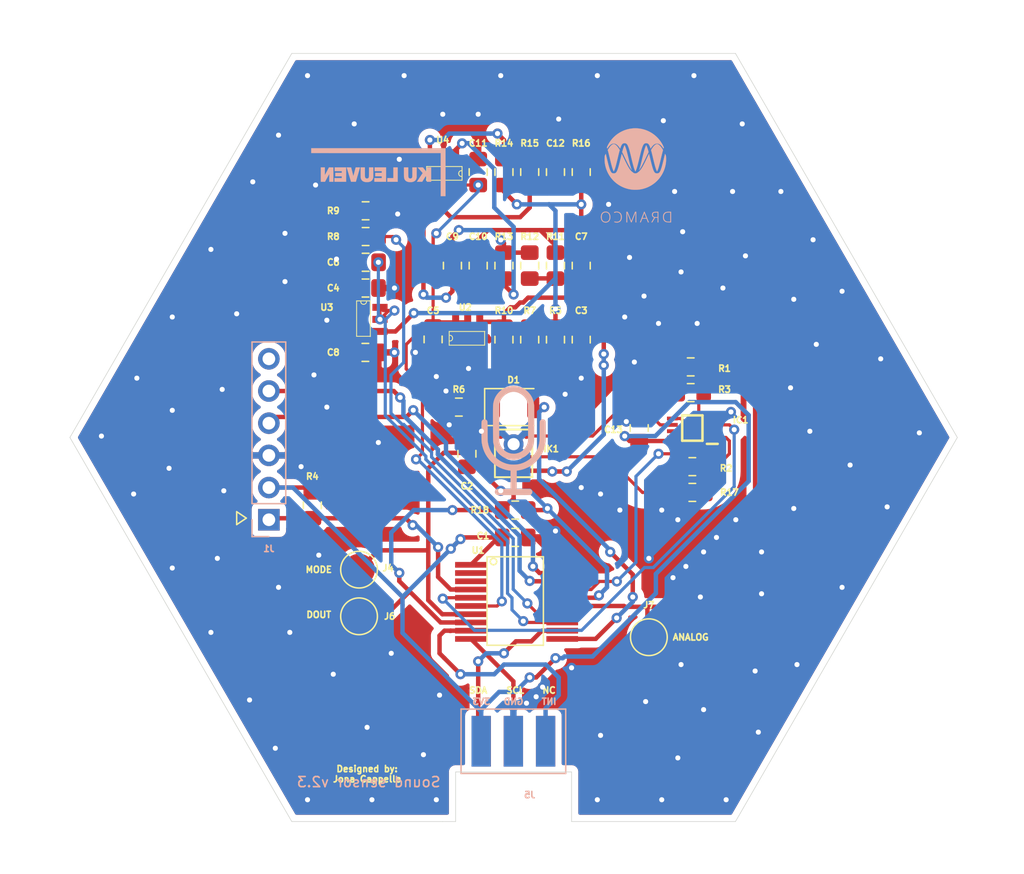
<source format=kicad_pcb>
(kicad_pcb (version 20171130) (host pcbnew "(5.1.6)-1")
  (layers (0 F.Cu signal) (31 B.Cu signal) (34 B.Paste user) (35 F.Paste user) (36 B.SilkS user) (37 F.SilkS user) (38 B.Mask user hide) (39 F.Mask user) (44 Edge.Cuts user))
  (net 0 "")
  (net 1 GND)
  (net 2 3V3)
  (net 3 VDDsensor)
  (net 4 "Net-(C3-Pad2)")
  (net 5 "Net-(C3-Pad1)")
  (net 6 Vanalog)
  (net 7 MCLR)
  (net 8 ICSPDAT)
  (net 9 ICSPCLK)
  (net 10 SDA)
  (net 11 SCL)
  (net 12 INT)
  (net 13 mode)
  (net 14 "Net-(D1-Pad1)")
  (net 15 LEDdebug)
  (net 16 "Net-(C7-Pad2)")
  (net 17 biasvoltage)
  (net 18 dout)
  (net 19 "Net-(R10-Pad2)")
  (net 20 "Net-(R14-Pad1)")
  (net 21 "Net-(C4-Pad1)")
  (net 22 VDDAMP)
  (net 23 VDDBIASAMP)
  (net 24 "Net-(C7-Pad1)")
  (net 25 "Net-(C9-Pad2)")
  (net 26 "Net-(C12-Pad2)")
  (net 27 "Net-(C10-Pad1)")
  (net 28 VDDBIAS)
  (net 29 "Net-(J1-Pad6)")
  (net 30 GA1)
  (net 31 GA2)
  (net 32 "Net-(IC1-Pad2)")
  (net 33 "Net-(IC1-Pad6)")
  (net 34 "Net-(IC1-Pad1)")
  (net 35 "Net-(IC1-Pad5)")
  (net 36 "Net-(U1-Pad2)")
  (net 37 "Net-(U1-Pad3)")
  (net 38 THRESHOLD2)
  (net 39 THRESHOLD1)
  (net 40 "Net-(J5-Pad4)")
  (module LED_SMD:LED_1206_3216Metric_ReverseMount_Hole1.8x2.4mm (layer F.Cu) (at 122.49912 75.54468)
    (fp_text reference D1 (at 0 -2.145) (layer F.SilkS) (effects (font (size 0.5 0.5) (thickness 0.125))))
    (fp_text value LED)
    (pad "" np_thru_hole oval (at 0 0) (size 1.8 2.4) (drill oval 1.8 2.4) (layers *.Cu *.Mask))
    (pad 2 smd roundrect (at 1.55 0) (size 0.95 1.75) (layers F.Cu F.Paste F.Mask) (roundrect_rratio 0.2) (net 15 LEDdebug))
    (pad 1 smd roundrect (at -1.55 0) (size 0.95 1.75) (layers F.Cu F.Paste F.Mask) (roundrect_rratio 0.2) (net 14 "Net-(D1-Pad1)"))
  )
  (module TestPoint:TestPoint_Pad_D2.5mm (layer F.Cu) (at 133.16712 93.70568)
    (fp_text reference J7 (at 0 -2.54) (layer F.SilkS) (effects (font (size 0.5 0.5) (thickness 0.125))))
    (fp_text value VanalogTestPin)
    (pad 1 smd circle (at 0 0) (size 2.5 2.5) (layers F.Cu F.Mask) (net 6 Vanalog))
  )
  (module TestPoint:TestPoint_Pad_D2.5mm (layer F.Cu) (at 110.30712 92.05468)
    (fp_text reference J6 (at 2.413 0) (layer F.SilkS) (effects (font (size 0.5 0.5) (thickness 0.125))))
    (fp_text value Conn_01x01)
    (pad 1 smd circle (at 0 0) (size 2.5 2.5) (layers F.Cu F.Mask) (net 18 dout))
  )
  (module TestPoint:TestPoint_Pad_D2.5mm (layer F.Cu) (at 110.30712 88.37168)
    (fp_text reference J4 (at 2.286 -0.127) (layer F.SilkS) (effects (font (size 0.5 0.5) (thickness 0.125))))
    (fp_text value Conn_01x01)
    (pad 1 smd circle (at 0 0) (size 2.5 2.5) (layers F.Cu F.Mask) (net 13 mode))
  )
  (module kicadproject:sound_logo (layer B.Cu) (at 122.49912 78.08468 180)
    (fp_text reference G*** hide)
    (fp_text value LOGO hide)
  )
  (module logos:kul_logo (layer B.Cu) (at 111.83112 57.00268 180)
    (fp_text reference G*** hide)
    (fp_text value LOGO hide)
  )
  (module logos:dramco_logo (layer B.Cu) (at 132.15112 57.25668 180)
    (fp_text reference G*** hide)
    (fp_text value LOGO hide)
  )
  (module Capacitor_SMD:C_0805_2012Metric_Pad1.15x1.40mm_HandSolder (layer F.Cu) (at 118.81612 79.22768 90)
    (fp_text reference C2 (at -2.549 0 180) (layer F.SilkS) (effects (font (size 0.5 0.5) (thickness 0.125))))
    (fp_text value "100 nF")
    (pad 1 smd roundrect (at -1.025 0 90) (size 1.15 1.4) (layers F.Cu F.Paste F.Mask) (roundrect_rratio 0.217391) (net 3 VDDsensor))
    (pad 2 smd roundrect (at 1.025 0 90) (size 1.15 1.4) (layers F.Cu F.Paste F.Mask) (roundrect_rratio 0.217391) (net 1 GND))
  )
  (module Resistor_SMD:R_0805_2012Metric_Pad1.15x1.40mm_HandSolder (layer F.Cu) (at 136.59612 82.27568 180)
    (fp_text reference R17 (at -2.921 0) (layer F.SilkS) (effects (font (size 0.5 0.5) (thickness 0.125))))
    (fp_text value 9k)
    (pad 2 smd roundrect (at 1.025 0 180) (size 1.15 1.4) (layers F.Cu F.Paste F.Mask) (roundrect_rratio 0.217391) (net 31 GA2))
    (pad 1 smd roundrect (at -1.025 0 180) (size 1.15 1.4) (layers F.Cu F.Paste F.Mask) (roundrect_rratio 0.217391) (net 34 "Net-(IC1-Pad1)"))
  )
  (module ConnectorHorizontalPcb:ConnectorHorizontalPcb (layer B.Cu) (at 125.02134 101.91852 90)
    (fp_text reference J5 (at -4.23316 -1.25222) (layer B.SilkS) (effects (font (size 0.5 0.5) (thickness 0.125)) (justify mirror)))
    (fp_text value Conn_02x03_Top_Bottom)
    (pad 6 smd rect (at 0 -5.08 90) (size 4 1.524) (layers F.Cu F.Paste F.Mask) (net 10 SDA))
    (pad 5 smd rect (at 0 -2.54 90) (size 4 1.524) (layers F.Cu F.Paste F.Mask) (net 11 SCL))
    (pad 4 smd rect (at 0 0 90) (size 4 1.524) (layers F.Cu F.Paste F.Mask) (net 40 "Net-(J5-Pad4)"))
    (pad 3 smd rect (at 0 -5.08 90) (size 4 1.524) (layers B.Cu B.Paste B.Mask) (net 2 3V3))
    (pad 2 smd rect (at 0 -2.54 90) (size 4 1.524) (layers B.Cu B.Paste B.Mask) (net 1 GND))
    (pad 1 smd rect (at 0 0 90) (size 4 1.524) (layers B.Cu B.Paste B.Mask) (net 12 INT))
  )
  (module Resistor_SMD:R_0805_2012Metric_Pad1.15x1.40mm_HandSolder (layer F.Cu) (at 122.62612 83.67268 180)
    (fp_text reference R18 (at 2.794 0) (layer F.SilkS) (effects (font (size 0.5 0.5) (thickness 0.125))))
    (fp_text value 500k)
    (pad 2 smd roundrect (at 1.025 0 180) (size 1.15 1.4) (layers F.Cu F.Paste F.Mask) (roundrect_rratio 0.217391) (net 18 dout))
    (pad 1 smd roundrect (at -1.025 0 180) (size 1.15 1.4) (layers F.Cu F.Paste F.Mask) (roundrect_rratio 0.217391) (net 3 VDDsensor))
  )
  (module SamacSys_Parts:SOP50P310X90-8N (layer F.Cu) (at 136.59612 77.19568 180)
    (fp_text reference IC1 (at -3.81 0.635) (layer F.SilkS) (effects (font (size 0.5 0.5) (thickness 0.125))))
    (fp_text value TS5A2066DCUR hide)
    (pad 8 smd rect (at 1.575 -0.75 270) (size 0.3 0.85) (layers F.Cu F.Paste F.Mask) (net 2 3V3))
    (pad 7 smd rect (at 1.575 -0.25 270) (size 0.3 0.85) (layers F.Cu F.Paste F.Mask) (net 39 THRESHOLD1))
    (pad 6 smd rect (at 1.575 0.25 270) (size 0.3 0.85) (layers F.Cu F.Paste F.Mask) (net 33 "Net-(IC1-Pad6)"))
    (pad 5 smd rect (at 1.575 0.75 270) (size 0.3 0.85) (layers F.Cu F.Paste F.Mask) (net 35 "Net-(IC1-Pad5)"))
    (pad 4 smd rect (at -1.575 0.75 270) (size 0.3 0.85) (layers F.Cu F.Paste F.Mask) (net 1 GND))
    (pad 3 smd rect (at -1.575 0.25 270) (size 0.3 0.85) (layers F.Cu F.Paste F.Mask) (net 38 THRESHOLD2))
    (pad 2 smd rect (at -1.575 -0.25 270) (size 0.3 0.85) (layers F.Cu F.Paste F.Mask) (net 32 "Net-(IC1-Pad2)"))
    (pad 1 smd rect (at -1.575 -0.75 270) (size 0.3 0.85) (layers F.Cu F.Paste F.Mask) (net 34 "Net-(IC1-Pad1)"))
  )
  (module Resistor_SMD:R_0805_2012Metric_Pad1.15x1.40mm_HandSolder (layer F.Cu) (at 136.46912 72.36968 180)
    (fp_text reference R3 (at -2.667 -1.778) (layer F.SilkS) (effects (font (size 0.5 0.5) (thickness 0.125))))
    (fp_text value 9k)
    (pad 2 smd roundrect (at 1.025 0 180) (size 1.15 1.4) (layers F.Cu F.Paste F.Mask) (roundrect_rratio 0.217391) (net 30 GA1))
    (pad 1 smd roundrect (at -1.025 0 180) (size 1.15 1.4) (layers F.Cu F.Paste F.Mask) (roundrect_rratio 0.217391) (net 32 "Net-(IC1-Pad2)"))
  )
  (module Resistor_SMD:R_0805_2012Metric_Pad1.15x1.40mm_HandSolder (layer F.Cu) (at 136.59612 80.24368)
    (fp_text reference R2 (at 2.667 0.127) (layer F.SilkS) (effects (font (size 0.5 0.5) (thickness 0.125))))
    (fp_text value 36k)
    (pad 2 smd roundrect (at 1.025 0) (size 1.15 1.4) (layers F.Cu F.Paste F.Mask) (roundrect_rratio 0.217391) (net 34 "Net-(IC1-Pad1)"))
    (pad 1 smd roundrect (at -1.025 0) (size 1.15 1.4) (layers F.Cu F.Paste F.Mask) (roundrect_rratio 0.217391) (net 35 "Net-(IC1-Pad5)"))
  )
  (module Resistor_SMD:R_0805_2012Metric_Pad1.15x1.40mm_HandSolder (layer F.Cu) (at 136.46912 74.40168)
    (fp_text reference R1 (at 2.667 -1.905) (layer F.SilkS) (effects (font (size 0.5 0.5) (thickness 0.125))))
    (fp_text value 36k)
    (pad 2 smd roundrect (at 1.025 0) (size 1.15 1.4) (layers F.Cu F.Paste F.Mask) (roundrect_rratio 0.217391) (net 32 "Net-(IC1-Pad2)"))
    (pad 1 smd roundrect (at -1.025 0) (size 1.15 1.4) (layers F.Cu F.Paste F.Mask) (roundrect_rratio 0.217391) (net 33 "Net-(IC1-Pad6)"))
  )
  (module Capacitor_SMD:C_0805_2012Metric_Pad1.15x1.40mm_HandSolder (layer F.Cu) (at 132.40512 77.19568 90)
    (fp_text reference C13 (at -0.127 -2.032 180) (layer F.SilkS) (effects (font (size 0.5 0.5) (thickness 0.125))))
    (fp_text value "100 nF")
    (pad 2 smd roundrect (at 1.025 0 90) (size 1.15 1.4) (layers F.Cu F.Paste F.Mask) (roundrect_rratio 0.217391) (net 1 GND))
    (pad 1 smd roundrect (at -1.025 0 90) (size 1.15 1.4) (layers F.Cu F.Paste F.Mask) (roundrect_rratio 0.217391) (net 2 3V3))
  )
  (module Capacitor_SMD:C_0805_2012Metric_Pad1.15x1.40mm_HandSolder (layer F.Cu) (at 122.62612 85.83168)
    (fp_text reference C1 (at -2.54 -0.127) (layer F.SilkS) (effects (font (size 0.5 0.5) (thickness 0.125))))
    (fp_text value "100 nF")
    (pad 2 smd roundrect (at 1.025 0) (size 1.15 1.4) (layers F.Cu F.Paste F.Mask) (roundrect_rratio 0.217391) (net 1 GND))
    (pad 1 smd roundrect (at -1.025 0) (size 1.15 1.4) (layers F.Cu F.Paste F.Mask) (roundrect_rratio 0.217391) (net 2 3V3))
  )
  (module Capacitor_SMD:C_0805_2012Metric_Pad1.15x1.40mm_HandSolder (layer F.Cu) (at 127.83312 70.21968 90)
    (fp_text reference C3 (at 2.295 0 180) (layer F.SilkS) (effects (font (size 0.5 0.5) (thickness 0.125))))
    (fp_text value 47n)
    (pad 1 smd roundrect (at -1.025 0 90) (size 1.15 1.4) (layers F.Cu F.Paste F.Mask) (roundrect_rratio 0.217391) (net 5 "Net-(C3-Pad1)"))
    (pad 2 smd roundrect (at 1.025 0 90) (size 1.15 1.4) (layers F.Cu F.Paste F.Mask) (roundrect_rratio 0.217391) (net 4 "Net-(C3-Pad2)"))
  )
  (module Capacitor_SMD:C_0805_2012Metric_Pad1.15x1.40mm_HandSolder (layer F.Cu) (at 116.14912 70.20168 270)
    (fp_text reference C5 (at -2.277 0 180) (layer F.SilkS) (effects (font (size 0.5 0.5) (thickness 0.125))))
    (fp_text value "100 nF")
    (pad 1 smd roundrect (at -1.025 0 270) (size 1.15 1.4) (layers F.Cu F.Paste F.Mask) (roundrect_rratio 0.217391) (net 22 VDDAMP))
    (pad 2 smd roundrect (at 1.025 0 270) (size 1.15 1.4) (layers F.Cu F.Paste F.Mask) (roundrect_rratio 0.217391) (net 1 GND))
  )
  (module Capacitor_SMD:C_0805_2012Metric_Pad1.15x1.40mm_HandSolder (layer F.Cu) (at 127.83312 64.37768 90)
    (fp_text reference C7 (at 2.295 0 180) (layer F.SilkS) (effects (font (size 0.5 0.5) (thickness 0.125))))
    (fp_text value 47n)
    (pad 2 smd roundrect (at 1.025 0 90) (size 1.15 1.4) (layers F.Cu F.Paste F.Mask) (roundrect_rratio 0.217391) (net 16 "Net-(C7-Pad2)"))
    (pad 1 smd roundrect (at -1.025 0 90) (size 1.15 1.4) (layers F.Cu F.Paste F.Mask) (roundrect_rratio 0.217391) (net 24 "Net-(C7-Pad1)"))
  )
  (module Capacitor_SMD:C_0805_2012Metric_Pad1.15x1.40mm_HandSolder (layer F.Cu) (at 110.82412 64.11468)
    (fp_text reference C6 (at -2.549 0) (layer F.SilkS) (effects (font (size 0.5 0.5) (thickness 0.125))))
    (fp_text value "100 nF")
    (pad 2 smd roundrect (at 1.025 0) (size 1.15 1.4) (layers F.Cu F.Paste F.Mask) (roundrect_rratio 0.217391) (net 23 VDDBIASAMP))
    (pad 1 smd roundrect (at -1.025 0) (size 1.15 1.4) (layers F.Cu F.Paste F.Mask) (roundrect_rratio 0.217391) (net 1 GND))
  )
  (module Capacitor_SMD:C_0805_2012Metric_Pad1.15x1.40mm_HandSolder (layer F.Cu) (at 117.67312 64.37768 90)
    (fp_text reference C9 (at 2.295 0 180) (layer F.SilkS) (effects (font (size 0.5 0.5) (thickness 0.125))))
    (fp_text value "2.2 nF")
    (pad 1 smd roundrect (at -1.025 0 90) (size 1.15 1.4) (layers F.Cu F.Paste F.Mask) (roundrect_rratio 0.217391) (net 26 "Net-(C12-Pad2)"))
    (pad 2 smd roundrect (at 1.025 0 90) (size 1.15 1.4) (layers F.Cu F.Paste F.Mask) (roundrect_rratio 0.217391) (net 25 "Net-(C9-Pad2)"))
  )
  (module Capacitor_SMD:C_0805_2012Metric_Pad1.15x1.40mm_HandSolder (layer F.Cu) (at 119.70512 64.37768 90)
    (fp_text reference C10 (at 2.295 0 180) (layer F.SilkS) (effects (font (size 0.5 0.5) (thickness 0.125))))
    (fp_text value "2.2 nF")
    (pad 2 smd roundrect (at 1.025 0 90) (size 1.15 1.4) (layers F.Cu F.Paste F.Mask) (roundrect_rratio 0.217391) (net 17 biasvoltage))
    (pad 1 smd roundrect (at -1.025 0 90) (size 1.15 1.4) (layers F.Cu F.Paste F.Mask) (roundrect_rratio 0.217391) (net 27 "Net-(C10-Pad1)"))
  )
  (module Capacitor_SMD:C_0805_2012Metric_Pad1.15x1.40mm_HandSolder (layer F.Cu) (at 119.70512 56.99368 90)
    (fp_text reference C11 (at 2.277 0 180) (layer F.SilkS) (effects (font (size 0.5 0.5) (thickness 0.125))))
    (fp_text value "100 nF")
    (pad 2 smd roundrect (at 1.025 0 90) (size 1.15 1.4) (layers F.Cu F.Paste F.Mask) (roundrect_rratio 0.217391) (net 1 GND))
    (pad 1 smd roundrect (at -1.025 0 90) (size 1.15 1.4) (layers F.Cu F.Paste F.Mask) (roundrect_rratio 0.217391) (net 22 VDDAMP))
  )
  (module Capacitor_SMD:C_0805_2012Metric_Pad1.15x1.40mm_HandSolder (layer F.Cu) (at 125.80112 56.99368 270)
    (fp_text reference C12 (at -2.277 0 180) (layer F.SilkS) (effects (font (size 0.5 0.5) (thickness 0.125))))
    (fp_text value 47n)
    (pad 2 smd roundrect (at 1.025 0 270) (size 1.15 1.4) (layers F.Cu F.Paste F.Mask) (roundrect_rratio 0.217391) (net 26 "Net-(C12-Pad2)"))
    (pad 1 smd roundrect (at -1.025 0 270) (size 1.15 1.4) (layers F.Cu F.Paste F.Mask) (roundrect_rratio 0.217391) (net 6 Vanalog))
  )
  (module Connector_PinHeader_2.54mm:PinHeader_1x06_P2.54mm_Vertical (layer B.Cu) (at 103.19512 84.43468)
    (fp_text reference J1 (at 0 2.286) (layer B.SilkS) (effects (font (size 0.5 0.5) (thickness 0.125)) (justify mirror)))
    (fp_text value ProgramPic)
    (pad 1 thru_hole rect (at 0 0) (size 1.7 1.7) (drill 1) (layers *.Cu *.Mask) (net 7 MCLR))
    (pad 2 thru_hole oval (at 0 -2.54) (size 1.7 1.7) (drill 1) (layers *.Cu *.Mask) (net 2 3V3))
    (pad 3 thru_hole oval (at 0 -5.08) (size 1.7 1.7) (drill 1) (layers *.Cu *.Mask) (net 1 GND))
    (pad 4 thru_hole oval (at 0 -7.62) (size 1.7 1.7) (drill 1) (layers *.Cu *.Mask) (net 8 ICSPDAT))
    (pad 5 thru_hole oval (at 0 -10.16) (size 1.7 1.7) (drill 1) (layers *.Cu *.Mask) (net 9 ICSPCLK))
    (pad 6 thru_hole oval (at 0 -12.7) (size 1.7 1.7) (drill 1) (layers *.Cu *.Mask) (net 29 "Net-(J1-Pad6)"))
  )
  (module vesper_vm1010:VESPER_VM1010 (layer F.Cu) (at 121.48412 77.82568 270)
    (fp_text reference MK1 (at 1.016 -3.81) (layer F.SilkS) (effects (font (size 0.5 0.5) (thickness 0.125))))
    (fp_text value VesperVM1010)
    (pad 4 smd circle (at 0 0 270) (size 0.46 0.46) (layers F.Cu F.Paste F.Mask) (net 1 GND))
    (pad 3 smd circle (at 0 -2.03 270) (size 0.46 0.46) (layers F.Cu F.Paste F.Mask) (net 30 GA1))
    (pad 2 smd circle (at 1.64 -2.03 270) (size 0.46 0.46) (layers F.Cu F.Paste F.Mask) (net 31 GA2))
    (pad 5 smd circle (at 1.64 0 270) (size 0.46 0.46) (layers F.Cu F.Paste F.Mask) (net 13 mode))
    (pad 8 thru_hole circle (at 0.64 -1.015 270) (size 1.56 1.56) (drill 0.96) (layers *.Cu *.Mask) (net 1 GND))
    (pad 7 smd circle (at 2.74 -1.015 270) (size 0.6 0.6) (layers F.Cu F.Paste F.Mask) (net 18 dout))
    (pad 1 smd circle (at 2.74 -1.98 270) (size 0.65 0.65) (layers F.Cu F.Paste F.Mask) (net 4 "Net-(C3-Pad2)"))
    (pad 6 smd circle (at 2.74 -0.05 270) (size 0.65 0.65) (layers F.Cu F.Paste F.Mask) (net 3 VDDsensor))
  )
  (module Resistor_SMD:R_0805_2012Metric_Pad1.15x1.40mm_HandSolder (layer F.Cu) (at 106.62412 83.29168 270)
    (fp_text reference R4 (at -2.277 0 180) (layer F.SilkS) (effects (font (size 0.5 0.5) (thickness 0.125))))
    (fp_text value 10k)
    (pad 2 smd roundrect (at 1.025 0 270) (size 1.15 1.4) (layers F.Cu F.Paste F.Mask) (roundrect_rratio 0.217391) (net 7 MCLR))
    (pad 1 smd roundrect (at -1.025 0 270) (size 1.15 1.4) (layers F.Cu F.Paste F.Mask) (roundrect_rratio 0.217391) (net 2 3V3))
  )
  (module Resistor_SMD:R_0805_2012Metric_Pad1.15x1.40mm_HandSolder (layer F.Cu) (at 118.18112 75.54468 180)
    (fp_text reference R6 (at 0 1.397) (layer F.SilkS) (effects (font (size 0.5 0.5) (thickness 0.125))))
    (fp_text value 470)
    (pad 2 smd roundrect (at 1.025 0 180) (size 1.15 1.4) (layers F.Cu F.Paste F.Mask) (roundrect_rratio 0.217391) (net 1 GND))
    (pad 1 smd roundrect (at -1.025 0 180) (size 1.15 1.4) (layers F.Cu F.Paste F.Mask) (roundrect_rratio 0.217391) (net 14 "Net-(D1-Pad1)"))
  )
  (module Resistor_SMD:R_0805_2012Metric_Pad1.15x1.40mm_HandSolder (layer F.Cu) (at 125.80112 70.21968 90)
    (fp_text reference R5 (at 2.295 0 180) (layer F.SilkS) (effects (font (size 0.5 0.5) (thickness 0.125))))
    (fp_text value 120k)
    (pad 2 smd roundrect (at 1.025 0 90) (size 1.15 1.4) (layers F.Cu F.Paste F.Mask) (roundrect_rratio 0.217391) (net 17 biasvoltage))
    (pad 1 smd roundrect (at -1.025 0 90) (size 1.15 1.4) (layers F.Cu F.Paste F.Mask) (roundrect_rratio 0.217391) (net 5 "Net-(C3-Pad1)"))
  )
  (module Resistor_SMD:R_0805_2012Metric_Pad1.15x1.40mm_HandSolder (layer F.Cu) (at 123.76912 70.21968 270)
    (fp_text reference R7 (at -2.295 0 180) (layer F.SilkS) (effects (font (size 0.5 0.5) (thickness 0.125))))
    (fp_text value 18k)
    (pad 1 smd roundrect (at -1.025 0 270) (size 1.15 1.4) (layers F.Cu F.Paste F.Mask) (roundrect_rratio 0.217391) (net 17 biasvoltage))
    (pad 2 smd roundrect (at 1.025 0 270) (size 1.15 1.4) (layers F.Cu F.Paste F.Mask) (roundrect_rratio 0.217391) (net 19 "Net-(R10-Pad2)"))
  )
  (module Resistor_SMD:R_0805_2012Metric_Pad1.15x1.40mm_HandSolder (layer F.Cu) (at 110.82412 62.08268 180)
    (fp_text reference R8 (at 2.549 0) (layer F.SilkS) (effects (font (size 0.5 0.5) (thickness 0.125))))
    (fp_text value 10k)
    (pad 1 smd roundrect (at -1.025 0 180) (size 1.15 1.4) (layers F.Cu F.Paste F.Mask) (roundrect_rratio 0.217391) (net 28 VDDBIAS))
    (pad 2 smd roundrect (at 1.025 0 180) (size 1.15 1.4) (layers F.Cu F.Paste F.Mask) (roundrect_rratio 0.217391) (net 21 "Net-(C4-Pad1)"))
  )
  (module Resistor_SMD:R_0805_2012Metric_Pad1.15x1.40mm_HandSolder (layer F.Cu) (at 110.82412 60.05068)
    (fp_text reference R9 (at -2.549 0) (layer F.SilkS) (effects (font (size 0.5 0.5) (thickness 0.125))))
    (fp_text value 10k)
    (pad 1 smd roundrect (at -1.025 0) (size 1.15 1.4) (layers F.Cu F.Paste F.Mask) (roundrect_rratio 0.217391) (net 21 "Net-(C4-Pad1)"))
    (pad 2 smd roundrect (at 1.025 0) (size 1.15 1.4) (layers F.Cu F.Paste F.Mask) (roundrect_rratio 0.217391) (net 1 GND))
  )
  (module Resistor_SMD:R_0805_2012Metric_Pad1.15x1.40mm_HandSolder (layer F.Cu) (at 121.73712 70.21968 270)
    (fp_text reference R10 (at -2.295 0 180) (layer F.SilkS) (effects (font (size 0.5 0.5) (thickness 0.125))))
    (fp_text value 560k)
    (pad 1 smd roundrect (at -1.025 0 270) (size 1.15 1.4) (layers F.Cu F.Paste F.Mask) (roundrect_rratio 0.217391) (net 16 "Net-(C7-Pad2)"))
    (pad 2 smd roundrect (at 1.025 0 270) (size 1.15 1.4) (layers F.Cu F.Paste F.Mask) (roundrect_rratio 0.217391) (net 19 "Net-(R10-Pad2)"))
  )
  (module Resistor_SMD:R_0805_2012Metric_Pad1.15x1.40mm_HandSolder (layer F.Cu) (at 125.80112 64.37768 90)
    (fp_text reference R11 (at 2.295 0 180) (layer F.SilkS) (effects (font (size 0.5 0.5) (thickness 0.125))))
    (fp_text value 120k)
    (pad 1 smd roundrect (at -1.025 0 90) (size 1.15 1.4) (layers F.Cu F.Paste F.Mask) (roundrect_rratio 0.217391) (net 24 "Net-(C7-Pad1)"))
    (pad 2 smd roundrect (at 1.025 0 90) (size 1.15 1.4) (layers F.Cu F.Paste F.Mask) (roundrect_rratio 0.217391) (net 17 biasvoltage))
  )
  (module Resistor_SMD:R_0805_2012Metric_Pad1.15x1.40mm_HandSolder (layer F.Cu) (at 123.76912 64.37768 270)
    (fp_text reference R12 (at -2.295 0 180) (layer F.SilkS) (effects (font (size 0.5 0.5) (thickness 0.125))))
    (fp_text value 10k)
    (pad 2 smd roundrect (at 1.025 0 270) (size 1.15 1.4) (layers F.Cu F.Paste F.Mask) (roundrect_rratio 0.217391) (net 24 "Net-(C7-Pad1)"))
    (pad 1 smd roundrect (at -1.025 0 270) (size 1.15 1.4) (layers F.Cu F.Paste F.Mask) (roundrect_rratio 0.217391) (net 25 "Net-(C9-Pad2)"))
  )
  (module Resistor_SMD:R_0805_2012Metric_Pad1.15x1.40mm_HandSolder (layer F.Cu) (at 121.73712 64.37768 90)
    (fp_text reference R13 (at 2.295 0 180) (layer F.SilkS) (effects (font (size 0.5 0.5) (thickness 0.125))))
    (fp_text value 10k)
    (pad 1 smd roundrect (at -1.025 0 90) (size 1.15 1.4) (layers F.Cu F.Paste F.Mask) (roundrect_rratio 0.217391) (net 27 "Net-(C10-Pad1)"))
    (pad 2 smd roundrect (at 1.025 0 90) (size 1.15 1.4) (layers F.Cu F.Paste F.Mask) (roundrect_rratio 0.217391) (net 25 "Net-(C9-Pad2)"))
  )
  (module Resistor_SMD:R_0805_2012Metric_Pad1.15x1.40mm_HandSolder (layer F.Cu) (at 121.73712 56.99368 270)
    (fp_text reference R14 (at -2.277 0 180) (layer F.SilkS) (effects (font (size 0.5 0.5) (thickness 0.125))))
    (fp_text value 2.7k)
    (pad 2 smd roundrect (at 1.025 0 270) (size 1.15 1.4) (layers F.Cu F.Paste F.Mask) (roundrect_rratio 0.217391) (net 17 biasvoltage))
    (pad 1 smd roundrect (at -1.025 0 270) (size 1.15 1.4) (layers F.Cu F.Paste F.Mask) (roundrect_rratio 0.217391) (net 20 "Net-(R14-Pad1)"))
  )
  (module Resistor_SMD:R_0805_2012Metric_Pad1.15x1.40mm_HandSolder (layer F.Cu) (at 123.76912 56.99368 90)
    (fp_text reference R15 (at 2.277 0 180) (layer F.SilkS) (effects (font (size 0.5 0.5) (thickness 0.125))))
    (fp_text value 1k)
    (pad 2 smd roundrect (at 1.025 0 90) (size 1.15 1.4) (layers F.Cu F.Paste F.Mask) (roundrect_rratio 0.217391) (net 20 "Net-(R14-Pad1)"))
    (pad 1 smd roundrect (at -1.025 0 90) (size 1.15 1.4) (layers F.Cu F.Paste F.Mask) (roundrect_rratio 0.217391) (net 26 "Net-(C12-Pad2)"))
  )
  (module Resistor_SMD:R_0805_2012Metric_Pad1.15x1.40mm_HandSolder (layer F.Cu) (at 127.83312 56.99368 270)
    (fp_text reference R16 (at -2.277 0 180) (layer F.SilkS) (effects (font (size 0.5 0.5) (thickness 0.125))))
    (fp_text value 120k)
    (pad 1 smd roundrect (at -1.025 0 270) (size 1.15 1.4) (layers F.Cu F.Paste F.Mask) (roundrect_rratio 0.217391) (net 6 Vanalog))
    (pad 2 smd roundrect (at 1.025 0 270) (size 1.15 1.4) (layers F.Cu F.Paste F.Mask) (roundrect_rratio 0.217391) (net 17 biasvoltage))
  )
  (module PIC16F18446SSOPPIN:PIC16F18446SSOP20PIN (layer F.Cu) (at 119.13362 87.99068)
    (fp_text reference U1 (at 0.5715 -1.143) (layer F.SilkS) (effects (font (size 0.5 0.5) (thickness 0.125))))
    (fp_text value PIC16F18446)
    (pad 1 smd rect (at 0 0) (size 2.5 0.45) (layers F.Cu F.Paste F.Mask) (net 2 3V3))
    (pad 2 smd rect (at 0 0.65) (size 2.5 0.45) (layers F.Cu F.Paste F.Mask) (net 36 "Net-(U1-Pad2)"))
    (pad 3 smd rect (at 0 1.3) (size 2.5 0.45) (layers F.Cu F.Paste F.Mask) (net 37 "Net-(U1-Pad3)"))
    (pad 4 smd rect (at 0 1.95) (size 2.5 0.45) (layers F.Cu F.Paste F.Mask) (net 7 MCLR))
    (pad 5 smd rect (at 0 2.6) (size 2.5 0.45) (layers F.Cu F.Paste F.Mask) (net 38 THRESHOLD2))
    (pad 6 smd rect (at 0 3.25) (size 2.5 0.45) (layers F.Cu F.Paste F.Mask) (net 22 VDDAMP))
    (pad 7 smd rect (at 0 3.9) (size 2.5 0.45) (layers F.Cu F.Paste F.Mask) (net 13 mode))
    (pad 8 smd rect (at 0 4.55) (size 2.5 0.45) (layers F.Cu F.Paste F.Mask) (net 18 dout))
    (pad 9 smd rect (at 0 5.2) (size 2.5 0.45) (layers F.Cu F.Paste F.Mask) (net 12 INT))
    (pad 10 smd rect (at 0 5.85) (size 2.5 0.45) (layers F.Cu F.Paste F.Mask) (net 11 SCL))
    (pad 11 smd rect (at 7.2 5.85) (size 2.5 0.45) (layers F.Cu F.Paste F.Mask) (net 15 LEDdebug))
    (pad 12 smd rect (at 7.2 5.2) (size 2.5 0.45) (layers F.Cu F.Paste F.Mask) (net 10 SDA))
    (pad 13 smd rect (at 7.2 4.55) (size 2.5 0.45) (layers F.Cu F.Paste F.Mask) (net 23 VDDBIASAMP))
    (pad 14 smd rect (at 7.2 3.9) (size 2.5 0.45) (layers F.Cu F.Paste F.Mask) (net 28 VDDBIAS))
    (pad 15 smd rect (at 7.2 3.25) (size 2.5 0.45) (layers F.Cu F.Paste F.Mask) (net 6 Vanalog))
    (pad 16 smd rect (at 7.2 2.6) (size 2.5 0.45) (layers F.Cu F.Paste F.Mask) (net 3 VDDsensor))
    (pad 17 smd rect (at 7.2 1.95) (size 2.5 0.45) (layers F.Cu F.Paste F.Mask) (net 39 THRESHOLD1))
    (pad 18 smd rect (at 7.2 1.3) (size 2.5 0.45) (layers F.Cu F.Paste F.Mask) (net 9 ICSPCLK))
    (pad 19 smd rect (at 7.2 0.65) (size 2.5 0.45) (layers F.Cu F.Paste F.Mask) (net 8 ICSPDAT))
    (pad 20 smd rect (at 7.2 0) (size 2.5 0.45) (layers F.Cu F.Paste F.Mask) (net 1 GND))
  )
  (module "tlv341-sot-23-6:TLV341 SOT-23-6" (layer F.Cu) (at 117.92712 71.22668)
    (fp_text reference U2 (at 0.762 -3.556 180) (layer F.SilkS) (effects (font (size 0.5 0.5) (thickness 0.125))))
    (fp_text value TLV341A)
    (pad 1 smd rect (at 0 0.2032) (size 0.55 1.2) (layers F.Cu F.Paste F.Mask) (net 5 "Net-(C3-Pad1)"))
    (pad 2 smd rect (at 0.95 0.2032) (size 0.55 1.2) (layers F.Cu F.Paste F.Mask) (net 1 GND))
    (pad 3 smd rect (at 1.9 0.2032) (size 0.55 1.2) (layers F.Cu F.Paste F.Mask) (net 19 "Net-(R10-Pad2)"))
    (pad 4 smd rect (at 1.9 -2.413) (size 0.55 1.2) (layers F.Cu F.Paste F.Mask) (net 16 "Net-(C7-Pad2)"))
    (pad 5 smd rect (at 0.95 -2.413) (size 0.55 1.2) (layers F.Cu F.Paste F.Mask) (net 22 VDDAMP))
    (pad 6 smd rect (at 0 -2.413) (size 0.55 1.2) (layers F.Cu F.Paste F.Mask) (net 22 VDDAMP))
  )
  (module "tlv341-sot-23-6:TLV341 SOT-23-6" (layer F.Cu) (at 109.54512 67.67068 270)
    (fp_text reference U3 (at 0 1.778) (layer F.SilkS) (effects (font (size 0.5 0.5) (thickness 0.125))))
    (fp_text value TLV341A)
    (pad 1 smd rect (at 0 0.2032 270) (size 0.55 1.2) (layers F.Cu F.Paste F.Mask) (net 21 "Net-(C4-Pad1)"))
    (pad 2 smd rect (at 0.95 0.2032 270) (size 0.55 1.2) (layers F.Cu F.Paste F.Mask) (net 1 GND))
    (pad 3 smd rect (at 1.9 0.2032 270) (size 0.55 1.2) (layers F.Cu F.Paste F.Mask) (net 17 biasvoltage))
    (pad 4 smd rect (at 1.9 -2.413 270) (size 0.55 1.2) (layers F.Cu F.Paste F.Mask) (net 17 biasvoltage))
    (pad 5 smd rect (at 0.95 -2.413 270) (size 0.55 1.2) (layers F.Cu F.Paste F.Mask) (net 23 VDDBIASAMP))
    (pad 6 smd rect (at 0 -2.413 270) (size 0.55 1.2) (layers F.Cu F.Paste F.Mask) (net 23 VDDBIASAMP))
  )
  (module "tlv341-sot-23-6:TLV341 SOT-23-6" (layer F.Cu) (at 117.92712 55.98668 180)
    (fp_text reference U4 (at 1.016 1.524 180) (layer F.SilkS) (effects (font (size 0.5 0.5) (thickness 0.125))))
    (fp_text value TLV341A)
    (pad 6 smd rect (at 0 -2.413 180) (size 0.55 1.2) (layers F.Cu F.Paste F.Mask) (net 22 VDDAMP))
    (pad 5 smd rect (at 0.95 -2.413 180) (size 0.55 1.2) (layers F.Cu F.Paste F.Mask) (net 22 VDDAMP))
    (pad 4 smd rect (at 1.9 -2.413 180) (size 0.55 1.2) (layers F.Cu F.Paste F.Mask) (net 26 "Net-(C12-Pad2)"))
    (pad 3 smd rect (at 1.9 0.2032 180) (size 0.55 1.2) (layers F.Cu F.Paste F.Mask) (net 20 "Net-(R14-Pad1)"))
    (pad 2 smd rect (at 0.95 0.2032 180) (size 0.55 1.2) (layers F.Cu F.Paste F.Mask) (net 1 GND))
    (pad 1 smd rect (at 0 0.2032 180) (size 0.55 1.2) (layers F.Cu F.Paste F.Mask) (net 27 "Net-(C10-Pad1)"))
  )
  (module Capacitor_SMD:C_0805_2012Metric_Pad1.15x1.40mm_HandSolder (layer F.Cu) (at 110.81512 66.14668)
    (fp_text reference C4 (at -2.54 0) (layer F.SilkS) (effects (font (size 0.5 0.5) (thickness 0.125))))
    (fp_text value "10 uF")
    (pad 1 smd roundrect (at -1.025 0) (size 1.15 1.4) (layers F.Cu F.Paste F.Mask) (roundrect_rratio 0.217391) (net 21 "Net-(C4-Pad1)"))
    (pad 2 smd roundrect (at 1.025 0) (size 1.15 1.4) (layers F.Cu F.Paste F.Mask) (roundrect_rratio 0.217391) (net 1 GND))
  )
  (module Capacitor_SMD:C_0805_2012Metric_Pad1.15x1.40mm_HandSolder (layer F.Cu) (at 110.80612 71.22668)
    (fp_text reference C8 (at -2.531 0) (layer F.SilkS) (effects (font (size 0.5 0.5) (thickness 0.125))))
    (fp_text value "10 uF")
    (pad 2 smd roundrect (at 1.025 0) (size 1.15 1.4) (layers F.Cu F.Paste F.Mask) (roundrect_rratio 0.217391) (net 1 GND))
    (pad 1 smd roundrect (at -1.025 0) (size 1.15 1.4) (layers F.Cu F.Paste F.Mask) (roundrect_rratio 0.217391) (net 17 biasvoltage))
  )
  (gr_text ANALOG (at 136.46912 93.70568) (layer F.SilkS) (effects (font (size 0.5 0.5) (thickness 0.125))))
  (gr_text DOUT (at 107.13212 91.92768) (layer F.SilkS) (effects (font (size 0.5 0.5) (thickness 0.125))))
  (gr_text "Designed by:\nJona Cappelle" (at 110.94212 104.50068) (layer F.SilkS) (effects (font (size 0.5 0.5) (thickness 0.125))))
  (gr_text MODE (at 107.13212 88.37168) (layer F.SilkS) (effects (font (size 0.5 0.5) (thickness 0.125))))
  (gr_text "Sound sensor v2.3\n" (at 111.06912 105.13568) (layer B.SilkS) (effects (font (size 0.8 0.8) (thickness 0.125)) (justify mirror)))
  (gr_line (start 101.41712 84.30768) (end 100.65512 83.79968) (layer F.SilkS) (width 0.12))
  (gr_line (start 100.65512 84.81568) (end 101.41712 84.30768) (layer F.SilkS) (width 0.12))
  (gr_line (start 100.65512 83.79968) (end 100.65512 84.81568) (layer F.SilkS) (width 0.12))
  (gr_text 3V3 (at 119.95912 98.78568) (layer B.SilkS) (effects (font (size 0.5 0.5) (thickness 0.125)) (justify mirror)))
  (gr_text GND (at 122.49912 98.78568) (layer B.SilkS) (effects (font (size 0.5 0.5) (thickness 0.125)) (justify mirror)))
  (gr_text INT (at 125.29312 98.78568) (layer B.SilkS) (effects (font (size 0.5 0.5) (thickness 0.125)) (justify mirror)))
  (gr_text NC (at 125.29312 97.89668) (layer F.SilkS) (effects (font (size 0.5 0.5) (thickness 0.125))))
  (gr_text SCL (at 122.62612 97.89668) (layer F.SilkS) (effects (font (size 0.5 0.5) (thickness 0.125))))
  (gr_text SDA (at 119.70512 97.89668) (layer F.SilkS) (effects (font (size 0.5 0.5) (thickness 0.125))))
  (gr_line (start 105 47.6311) (end 140 47.6311) (layer Edge.Cuts) (width 0.05))
  (gr_line (start 117.92712 104.33668) (end 127.07112 104.33668) (layer Edge.Cuts) (width 0.05))
  (gr_line (start 127.07112 108.2525) (end 140 108.2525) (layer Edge.Cuts) (width 0.05))
  (gr_line (start 127.07112 104.33668) (end 127.07112 108.2525) (layer Edge.Cuts) (width 0.05))
  (gr_line (start 117.92712 108.2525) (end 117.92712 104.33668) (layer Edge.Cuts) (width 0.05))
  (gr_line (start 116.91 108.2525) (end 117.92712 108.2525) (layer Edge.Cuts) (width 0.05))
  (gr_line (start 105 108.2525) (end 116.91 108.2525) (layer Edge.Cuts) (width 0.05))
  (gr_line (start 87.5 77.9418) (end 105 47.6311) (layer Edge.Cuts) (width 0.05))
  (gr_line (start 105 108.2525) (end 87.5 77.9418) (layer Edge.Cuts) (width 0.05))
  (gr_line (start 157.5 77.9418) (end 140 108.2525) (layer Edge.Cuts) (width 0.05))
  (gr_line (start 140 47.6311) (end 157.5 77.9418) (layer Edge.Cuts) (width 0.05))
  (via (at 117.54612 86.72068) (size 0.8) (drill 0.4) (layers F.Cu B.Cu) (net 2))
  (via (at 129.61112 72.24268) (size 0.8) (drill 0.4) (layers F.Cu B.Cu) (net 4))
  (via (at 126.69012 80.62468) (size 0.8) (drill 0.4) (layers F.Cu B.Cu) (net 4))
  (via (at 118.94312 72.49668) (size 0.8) (drill 0.4) (layers F.Cu B.Cu) (net 1))
  (segment (start 118.87712 71.42988) (end 118.87712 72.43068) (width 0.35) (layer F.Cu) (net 1))
  (segment (start 118.87712 72.43068) (end 118.94312 72.49668) (width 0.35) (layer F.Cu) (net 1))
  (via (at 107.76712 68.68668) (size 0.8) (drill 0.4) (layers F.Cu B.Cu) (net 1))
  (segment (start 109.34192 68.62068) (end 107.83312 68.62068) (width 0.35) (layer F.Cu) (net 1))
  (segment (start 107.83312 68.62068) (end 107.76712 68.68668) (width 0.35) (layer F.Cu) (net 1))
  (via (at 108.52912 63.86068) (size 0.8) (drill 0.4) (layers F.Cu B.Cu) (net 1))
  (segment (start 109.79912 64.11468) (end 108.78312 64.11468) (width 0.35) (layer F.Cu) (net 1))
  (segment (start 108.78312 64.11468) (end 108.52912 63.86068) (width 0.35) (layer F.Cu) (net 1))
  (via (at 113.35512 60.30468) (size 0.8) (drill 0.4) (layers F.Cu B.Cu) (net 1))
  (segment (start 111.84912 60.05068) (end 113.10112 60.05068) (width 0.35) (layer F.Cu) (net 1))
  (segment (start 113.10112 60.05068) (end 113.35512 60.30468) (width 0.35) (layer F.Cu) (net 1))
  (via (at 114.75212 71.22668) (size 0.8) (drill 0.4) (layers F.Cu B.Cu) (net 1))
  (segment (start 116.97712 52.49668) (end 116.91112 52.43068) (width 0.35) (layer F.Cu) (net 1))
  (via (at 116.91112 52.43068) (size 0.8) (drill 0.4) (layers F.Cu B.Cu) (net 1))
  (segment (start 116.97712 55.78348) (end 116.97712 52.49668) (width 0.35) (layer F.Cu) (net 1))
  (segment (start 119.70512 55.96868) (end 119.70512 52.43068) (width 0.35) (layer F.Cu) (net 1))
  (via (at 119.70512 52.43068) (size 0.8) (drill 0.4) (layers F.Cu B.Cu) (net 1))
  (via (at 113.10112 71.22668) (size 0.8) (drill 0.4) (layers F.Cu B.Cu) (net 1))
  (via (at 113.10112 66.14668) (size 0.8) (drill 0.4) (layers F.Cu B.Cu) (net 1))
  (via (at 129.10312 106.53268) (size 0.8) (drill 0.4) (layers F.Cu B.Cu) (net 1))
  (via (at 134.18312 106.53268) (size 0.8) (drill 0.4) (layers F.Cu B.Cu) (net 1))
  (via (at 139.26312 106.53268) (size 0.8) (drill 0.4) (layers F.Cu B.Cu) (net 1))
  (via (at 116.40312 106.53268) (size 0.8) (drill 0.4) (layers F.Cu B.Cu) (net 1))
  (via (at 111.32312 106.53268) (size 0.8) (drill 0.4) (layers F.Cu B.Cu) (net 1))
  (via (at 106.24312 106.53268) (size 0.8) (drill 0.4) (layers F.Cu B.Cu) (net 1))
  (via (at 106.24312 49.38268) (size 0.8) (drill 0.4) (layers F.Cu B.Cu) (net 1))
  (via (at 113.86312 49.38268) (size 0.8) (drill 0.4) (layers F.Cu B.Cu) (net 1))
  (via (at 121.48312 49.38268) (size 0.8) (drill 0.4) (layers F.Cu B.Cu) (net 1))
  (via (at 129.10312 49.38268) (size 0.8) (drill 0.4) (layers F.Cu B.Cu) (net 1))
  (via (at 136.72312 49.38268) (size 0.8) (drill 0.4) (layers F.Cu B.Cu) (net 1))
  (via (at 140.53312 53.19268) (size 0.8) (drill 0.4) (layers F.Cu B.Cu) (net 1))
  (via (at 143.58112 58.52668) (size 0.8) (drill 0.4) (layers F.Cu B.Cu) (net 1))
  (via (at 146.12112 62.33668) (size 0.8) (drill 0.4) (layers F.Cu B.Cu) (net 1))
  (via (at 148.40712 66.40068) (size 0.8) (drill 0.4) (layers F.Cu B.Cu) (net 1))
  (via (at 151.45512 71.73468) (size 0.8) (drill 0.4) (layers F.Cu B.Cu) (net 1))
  (via (at 154.50312 77.57668) (size 0.8) (drill 0.4) (layers F.Cu B.Cu) (net 1))
  (via (at 151.96312 83.41868) (size 0.8) (drill 0.4) (layers F.Cu B.Cu) (net 1))
  (via (at 148.40712 89.76868) (size 0.8) (drill 0.4) (layers F.Cu B.Cu) (net 1))
  (via (at 144.85112 95.86468) (size 0.8) (drill 0.4) (layers F.Cu B.Cu) (net 1))
  (via (at 141.80312 101.19868) (size 0.8) (drill 0.4) (layers F.Cu B.Cu) (net 1))
  (via (at 103.70312 102.46868) (size 0.8) (drill 0.4) (layers F.Cu B.Cu) (net 1))
  (via (at 101.67112 98.65868) (size 0.8) (drill 0.4) (layers F.Cu B.Cu) (net 1))
  (via (at 98.62312 93.32468) (size 0.8) (drill 0.4) (layers F.Cu B.Cu) (net 1))
  (via (at 95.57512 88.24468) (size 0.8) (drill 0.4) (layers F.Cu B.Cu) (net 1))
  (via (at 92.52712 82.40268) (size 0.8) (drill 0.4) (layers F.Cu B.Cu) (net 1))
  (via (at 89.98712 77.83068) (size 0.8) (drill 0.4) (layers F.Cu B.Cu) (net 1))
  (via (at 92.78112 73.25868) (size 0.8) (drill 0.4) (layers F.Cu B.Cu) (net 1))
  (via (at 95.57512 68.43268) (size 0.8) (drill 0.4) (layers F.Cu B.Cu) (net 1))
  (via (at 98.62312 63.09868) (size 0.8) (drill 0.4) (layers F.Cu B.Cu) (net 1))
  (via (at 101.92512 57.76468) (size 0.8) (drill 0.4) (layers F.Cu B.Cu) (net 1))
  (via (at 103.95712 54.08168) (size 0.8) (drill 0.4) (layers F.Cu B.Cu) (net 1))
  (via (at 125.80112 85.32368) (size 0.8) (drill 0.4) (layers F.Cu B.Cu) (net 1))
  (via (at 133.16712 87.48268) (size 0.8) (drill 0.4) (layers F.Cu B.Cu) (net 1))
  (via (at 130.88112 83.67268) (size 0.8) (drill 0.4) (layers F.Cu B.Cu) (net 1))
  (via (at 135.45312 84.43468) (size 0.8) (drill 0.4) (layers F.Cu B.Cu) (net 1))
  (via (at 137.48512 86.97468) (size 0.8) (drill 0.4) (layers F.Cu B.Cu) (net 1))
  (via (at 140.02512 84.43468) (size 0.8) (drill 0.4) (layers F.Cu B.Cu) (net 1))
  (via (at 142.05712 86.97468) (size 0.8) (drill 0.4) (layers F.Cu B.Cu) (net 1))
  (via (at 144.59712 83.54568) (size 0.8) (drill 0.4) (layers F.Cu B.Cu) (net 1))
  (via (at 132.91312 98.78568) (size 0.8) (drill 0.4) (layers F.Cu B.Cu) (net 1))
  (via (at 137.48512 99.42068) (size 0.8) (drill 0.4) (layers F.Cu B.Cu) (net 1))
  (via (at 142.05712 90.27668) (size 0.8) (drill 0.4) (layers F.Cu B.Cu) (net 1))
  (via (at 137.23112 90.53068) (size 0.8) (drill 0.4) (layers F.Cu B.Cu) (net 1))
  (via (at 110.94212 100.81768) (size 0.8) (drill 0.4) (layers F.Cu B.Cu) (net 1))
  (via (at 108.27512 96.62668) (size 0.8) (drill 0.4) (layers F.Cu B.Cu) (net 1))
  (via (at 103.95712 89.76868) (size 0.8) (drill 0.4) (layers F.Cu B.Cu) (net 1))
  (via (at 95.57512 75.79868) (size 0.8) (drill 0.4) (layers F.Cu B.Cu) (net 1))
  (via (at 100.65512 68.17868) (size 0.8) (drill 0.4) (layers F.Cu B.Cu) (net 1))
  (via (at 104.46512 61.82868) (size 0.8) (drill 0.4) (layers F.Cu B.Cu) (net 1))
  (via (at 106.87812 58.01868) (size 0.8) (drill 0.4) (layers F.Cu B.Cu) (net 1))
  (via (at 109.92612 53.19268) (size 0.8) (drill 0.4) (layers F.Cu B.Cu) (net 1))
  (via (at 126.05512 52.81168) (size 0.8) (drill 0.4) (layers F.Cu B.Cu) (net 1))
  (via (at 134.31012 52.93868) (size 0.8) (drill 0.4) (layers F.Cu B.Cu) (net 1))
  (via (at 133.92912 68.94068) (size 0.8) (drill 0.4) (layers F.Cu B.Cu) (net 1))
  (via (at 149.04212 80.11668) (size 0.8) (drill 0.4) (layers F.Cu B.Cu) (net 1))
  (via (at 141.54912 96.37268) (size 0.8) (drill 0.4) (layers F.Cu B.Cu) (net 1))
  (via (at 135.45312 103.23068) (size 0.8) (drill 0.4) (layers F.Cu B.Cu) (net 1))
  (via (at 129.35712 101.45268) (size 0.8) (drill 0.4) (layers F.Cu B.Cu) (net 1))
  (via (at 135.19912 58.52668) (size 0.8) (drill 0.4) (layers F.Cu B.Cu) (net 1))
  (via (at 139.77112 58.52668) (size 0.8) (drill 0.4) (layers F.Cu B.Cu) (net 1))
  (via (at 135.70712 64.87668) (size 0.8) (drill 0.4) (layers F.Cu B.Cu) (net 1))
  (via (at 140.78712 63.60668) (size 0.8) (drill 0.4) (layers F.Cu B.Cu) (net 1))
  (via (at 131.64312 63.73368) (size 0.8) (drill 0.4) (layers F.Cu B.Cu) (net 1))
  (via (at 99.13112 87.48268) (size 0.8) (drill 0.4) (layers F.Cu B.Cu) (net 1))
  (via (at 135.70712 95.86468) (size 0.8) (drill 0.4) (layers F.Cu B.Cu) (net 1))
  (via (at 115.38712 102.97668) (size 0.8) (drill 0.4) (layers F.Cu B.Cu) (net 1))
  (via (at 111.83112 78.33868) (size 0.8) (drill 0.4) (layers F.Cu B.Cu) (net 1))
  (via (at 107.76712 75.54468) (size 0.8) (drill 0.4) (layers F.Cu B.Cu) (net 1))
  (via (at 106.75112 73.00468) (size 0.8) (drill 0.4) (layers F.Cu B.Cu) (net 1))
  (via (at 105.73512 80.24368) (size 0.8) (drill 0.4) (layers F.Cu B.Cu) (net 1))
  (via (at 135.83412 61.70168) (size 0.8) (drill 0.4) (layers F.Cu B.Cu) (net 1))
  (via (at 95.32112 80.37068) (size 0.8) (drill 0.4) (layers F.Cu B.Cu) (net 1))
  (via (at 104.46512 65.63868) (size 0.8) (drill 0.4) (layers F.Cu B.Cu) (net 1))
  (via (at 134.18312 83.67268) (size 0.8) (drill 0.4) (layers F.Cu B.Cu) (net 1))
  (segment (start 119.18812 77.44968) (end 118.81612 77.82168) (width 0.35) (layer F.Cu) (net 1))
  (segment (start 124.17462 85.83168) (end 126.33362 87.99068) (width 0.35) (layer F.Cu) (net 1))
  (segment (start 123.65112 85.83168) (end 124.17462 85.83168) (width 0.35) (layer F.Cu) (net 1))
  (segment (start 113.10112 66.14668) (end 111.84012 66.14668) (width 0.35) (layer F.Cu) (net 1))
  (segment (start 116.14912 71.22668) (end 114.75212 71.22668) (width 0.35) (layer F.Cu) (net 1))
  (segment (start 111.83112 71.22668) (end 113.10112 71.22668) (width 0.35) (layer F.Cu) (net 1))
  (via (at 139.64412 75.92568) (size 0.8) (drill 0.4) (layers F.Cu B.Cu) (net 1))
  (via (at 136.97712 68.94068) (size 0.8) (drill 0.4) (layers F.Cu B.Cu) (net 1))
  (segment (start 139.149121 76.420679) (end 138.17112 76.420679) (width 0.35) (layer F.Cu) (net 1))
  (segment (start 139.64412 75.92568) (end 139.149121 76.420679) (width 0.35) (layer F.Cu) (net 1))
  (via (at 131.38912 76.68768) (size 0.8) (drill 0.4) (layers F.Cu B.Cu) (net 1))
  (segment (start 132.40512 76.17068) (end 131.90612 76.17068) (width 0.35) (layer F.Cu) (net 1))
  (segment (start 131.90612 76.17068) (end 131.38912 76.68768) (width 0.35) (layer F.Cu) (net 1))
  (via (at 117.16512 74.27468) (size 0.8) (drill 0.4) (layers F.Cu B.Cu) (net 1))
  (via (at 117.41912 76.94168) (size 0.8) (drill 0.4) (layers F.Cu B.Cu) (net 1))
  (segment (start 119.95912 77.44968) (end 119.18812 77.44968) (width 0.35) (layer F.Cu) (net 1))
  (via (at 119.95912 77.44968) (size 0.8) (drill 0.4) (layers F.Cu B.Cu) (net 1))
  (via (at 116.40312 73.13168) (size 0.8) (drill 0.4) (layers F.Cu B.Cu) (net 1))
  (via (at 126.56312 74.52868) (size 0.8) (drill 0.4) (layers F.Cu B.Cu) (net 1))
  (via (at 127.83312 73.25868) (size 0.8) (drill 0.4) (layers F.Cu B.Cu) (net 1))
  (via (at 127.83312 81.89468) (size 0.8) (drill 0.4) (layers F.Cu B.Cu) (net 1))
  (via (at 104.84612 93.32468) (size 0.8) (drill 0.4) (layers F.Cu B.Cu) (net 1))
  (via (at 99.63912 82.14868) (size 0.8) (drill 0.4) (layers F.Cu B.Cu) (net 1))
  (via (at 99.51212 74.14768) (size 0.8) (drill 0.4) (layers F.Cu B.Cu) (net 1))
  (via (at 145.86712 77.44968) (size 0.8) (drill 0.4) (layers F.Cu B.Cu) (net 1))
  (via (at 144.34312 74.02068) (size 0.8) (drill 0.4) (layers F.Cu B.Cu) (net 1))
  (via (at 146.37512 70.59168) (size 0.8) (drill 0.4) (layers F.Cu B.Cu) (net 1))
  (via (at 144.59712 67.03568) (size 0.8) (drill 0.4) (layers F.Cu B.Cu) (net 1))
  (via (at 113.48212 55.98668) (size 0.8) (drill 0.4) (layers F.Cu B.Cu) (net 1))
  (via (at 107.13212 87.22868) (size 0.8) (drill 0.4) (layers F.Cu B.Cu) (net 1))
  (via (at 112.84712 94.97568) (size 0.8) (drill 0.4) (layers F.Cu B.Cu) (net 1))
  (via (at 116.65712 98.27768) (size 0.8) (drill 0.4) (layers F.Cu B.Cu) (net 1))
  (via (at 127.07112 96.11868) (size 0.8) (drill 0.4) (layers F.Cu B.Cu) (net 1))
  (via (at 131.26212 68.43268) (size 0.8) (drill 0.4) (layers F.Cu B.Cu) (net 1))
  (via (at 132.78612 66.78168) (size 0.8) (drill 0.4) (layers F.Cu B.Cu) (net 1))
  (via (at 139.00912 66.14668) (size 0.8) (drill 0.4) (layers F.Cu B.Cu) (net 1))
  (via (at 129.99212 59.54268) (size 0.8) (drill 0.4) (layers F.Cu B.Cu) (net 1))
  (segment (start 117.15612 74.28368) (end 117.16512 74.27468) (width 0.35) (layer F.Cu) (net 1))
  (segment (start 117.15612 75.54468) (end 117.15612 74.28368) (width 0.35) (layer F.Cu) (net 1))
  (via (at 129.35712 82.40268) (size 0.8) (drill 0.4) (layers F.Cu B.Cu) (net 1))
  (via (at 132.02412 71.98868) (size 0.8) (drill 0.4) (layers F.Cu B.Cu) (net 1))
  (via (at 138.50112 85.83168) (size 0.8) (drill 0.4) (layers F.Cu B.Cu) (net 1))
  (via (at 136.08812 88.11768) (size 0.8) (drill 0.4) (layers F.Cu B.Cu) (net 1))
  (via (at 135.07212 89.00668) (size 0.8) (drill 0.4) (layers F.Cu B.Cu) (net 1))
  (via (at 123.51512 98.91268) (size 0.8) (drill 0.4) (layers F.Cu B.Cu) (net 1))
  (via (at 124.27712 98.40468) (size 0.8) (drill 0.4) (layers F.Cu B.Cu) (net 1))
  (via (at 124.78512 97.64268) (size 0.8) (drill 0.4) (layers F.Cu B.Cu) (net 1))
  (segment (start 118.81612 78.20268) (end 118.81612 77.82168) (width 0.35) (layer F.Cu) (net 1))
  (segment (start 120.33512 77.82568) (end 119.95912 77.44968) (width 0.35) (layer F.Cu) (net 1))
  (segment (start 121.48412 77.82568) (end 120.33512 77.82568) (width 0.35) (layer F.Cu) (net 1))
  (segment (start 106.25212 81.89468) (end 106.62412 82.26668) (width 0.35) (layer F.Cu) (net 2))
  (segment (start 103.19512 81.89468) (end 106.25212 81.89468) (width 0.35) (layer F.Cu) (net 2))
  (segment (start 134.771121 78.22068) (end 135.02112 77.970681) (width 0.35) (layer F.Cu) (net 2))
  (segment (start 132.40512 78.22068) (end 134.771121 78.22068) (width 0.35) (layer F.Cu) (net 2))
  (segment (start 121.29262 85.83168) (end 119.13362 87.99068) (width 0.35) (layer F.Cu) (net 2))
  (segment (start 121.60112 85.83168) (end 121.29262 85.83168) (width 0.35) (layer F.Cu) (net 2))
  (segment (start 132.40512 78.22068) (end 131.65212 78.22068) (width 0.35) (layer F.Cu) (net 2))
  (via (at 131.26212 77.83068) (size 0.8) (drill 0.4) (layers F.Cu B.Cu) (net 2))
  (segment (start 131.65212 78.22068) (end 131.26212 77.83068) (width 0.35) (layer F.Cu) (net 2))
  (via (at 118.30812 85.95868) (size 0.8) (drill 0.4) (layers F.Cu B.Cu) (net 2))
  (segment (start 121.60112 85.83168) (end 118.43512 85.83168) (width 0.35) (layer F.Cu) (net 2))
  (segment (start 118.43512 85.83168) (end 118.30812 85.95868) (width 0.35) (layer F.Cu) (net 2))
  (segment (start 118.30812 85.95868) (end 117.54612 86.72068) (width 0.35) (layer F.Cu) (net 2))
  (segment (start 118.30812 85.95868) (end 113.73612 90.53068) (width 0.35) (layer B.Cu) (net 2))
  (segment (start 105.10012 81.89468) (end 103.19512 81.89468) (width 0.35) (layer B.Cu) (net 2))
  (segment (start 113.73612 90.53068) (end 105.10012 81.89468) (width 0.35) (layer B.Cu) (net 2))
  (segment (start 113.73612 91.16568) (end 113.73612 90.53068) (width 0.35) (layer B.Cu) (net 2))
  (segment (start 113.73612 93.3633) (end 113.73612 91.16568) (width 0.35) (layer B.Cu) (net 2))
  (segment (start 119.94134 99.56852) (end 113.73612 93.3633) (width 0.35) (layer B.Cu) (net 2))
  (segment (start 119.94134 101.91852) (end 119.94134 99.56852) (width 0.35) (layer B.Cu) (net 2))
  (segment (start 119.94134 99.56852) (end 119.94134 99.43846) (width 0.35) (layer B.Cu) (net 2))
  (segment (start 119.94134 99.43846) (end 121.35612 98.02368) (width 0.35) (layer B.Cu) (net 2))
  (segment (start 121.35612 98.02368) (end 122.62612 98.02368) (width 0.35) (layer B.Cu) (net 2))
  (via (at 123.76912 96.88068) (size 0.8) (drill 0.4) (layers F.Cu B.Cu) (net 2))
  (segment (start 122.62612 98.02368) (end 123.76912 96.88068) (width 0.35) (layer B.Cu) (net 2))
  (segment (start 123.76912 96.88068) (end 124.27712 96.88068) (width 0.35) (layer F.Cu) (net 2))
  (via (at 125.80112 95.35668) (size 0.8) (drill 0.4) (layers F.Cu B.Cu) (net 2))
  (segment (start 124.27712 96.88068) (end 125.80112 95.35668) (width 0.35) (layer F.Cu) (net 2))
  (segment (start 140.016121 75.150679) (end 136.359123 75.150679) (width 0.35) (layer B.Cu) (net 2))
  (segment (start 133.679122 77.83068) (end 131.26212 77.83068) (width 0.35) (layer B.Cu) (net 2))
  (segment (start 141.04112 76.175678) (end 140.016121 75.150679) (width 0.35) (layer B.Cu) (net 2))
  (segment (start 126.37724 95.35668) (end 126.50424 95.22968) (width 0.35) (layer B.Cu) (net 2))
  (segment (start 125.80112 95.35668) (end 126.37724 95.35668) (width 0.35) (layer B.Cu) (net 2))
  (segment (start 136.359123 75.150679) (end 133.679122 77.83068) (width 0.35) (layer B.Cu) (net 2))
  (segment (start 141.04112 76.175678) (end 141.04112 81.388802) (width 0.35) (layer B.Cu) (net 2))
  (segment (start 128.726122 95.22968) (end 126.50424 95.22968) (width 0.35) (layer B.Cu) (net 2))
  (segment (start 133.722231 90.233571) (end 128.726122 95.22968) (width 0.35) (layer B.Cu) (net 2))
  (segment (start 133.722231 88.707691) (end 133.722231 90.233571) (width 0.35) (layer B.Cu) (net 2))
  (segment (start 141.04112 81.388802) (end 133.722231 88.707691) (width 0.35) (layer B.Cu) (net 2))
  (via (at 129.23012 90.40368) (size 0.8) (drill 0.4) (layers F.Cu B.Cu) (net 3))
  (segment (start 126.33362 90.59068) (end 129.04312 90.59068) (width 0.35) (layer F.Cu) (net 3))
  (segment (start 129.04312 90.59068) (end 129.23012 90.40368) (width 0.35) (layer F.Cu) (net 3))
  (segment (start 129.23012 90.40368) (end 129.86512 89.76868) (width 0.35) (layer B.Cu) (net 3))
  (segment (start 129.86512 89.76868) (end 129.86512 88.75268) (width 0.35) (layer B.Cu) (net 3))
  (segment (start 129.86512 88.75268) (end 129.86512 88.240678) (width 0.35) (layer B.Cu) (net 3))
  (segment (start 120.08612 80.37068) (end 119.90512 80.18968) (width 0.35) (layer F.Cu) (net 3))
  (segment (start 119.90512 80.18968) (end 119.13412 80.18968) (width 0.35) (layer F.Cu) (net 3))
  (segment (start 125.03912 83.67268) (end 125.168121 83.543679) (width 0.35) (layer F.Cu) (net 3))
  (segment (start 123.65112 83.67268) (end 125.03912 83.67268) (width 0.35) (layer F.Cu) (net 3))
  (segment (start 129.86512 88.240678) (end 125.168121 83.543679) (width 0.35) (layer B.Cu) (net 3))
  (via (at 125.168121 83.543679) (size 0.8) (drill 0.4) (layers F.Cu B.Cu) (net 3))
  (segment (start 120.08612 80.37068) (end 120.08612 80.62468) (width 0.35) (layer F.Cu) (net 3))
  (via (at 121.48312 82.14868) (size 0.8) (drill 0.4) (layers F.Cu B.Cu) (net 3))
  (segment (start 120.08612 80.62468) (end 120.08612 80.75168) (width 0.35) (layer F.Cu) (net 3))
  (segment (start 120.08612 80.75168) (end 121.48312 82.14868) (width 0.35) (layer F.Cu) (net 3))
  (segment (start 123.773122 82.14868) (end 124.025121 82.400679) (width 0.35) (layer B.Cu) (net 3))
  (segment (start 121.48312 82.14868) (end 123.773122 82.14868) (width 0.35) (layer B.Cu) (net 3))
  (segment (start 125.168121 83.543679) (end 124.025121 82.400679) (width 0.35) (layer B.Cu) (net 3))
  (segment (start 119.07112 80.25268) (end 119.13412 80.18968) (width 0.35) (layer F.Cu) (net 3))
  (segment (start 118.81612 80.25268) (end 119.07112 80.25268) (width 0.35) (layer F.Cu) (net 3))
  (segment (start 121.34812 80.75168) (end 121.53412 80.56568) (width 0.35) (layer F.Cu) (net 3))
  (segment (start 120.08612 80.75168) (end 121.34812 80.75168) (width 0.35) (layer F.Cu) (net 3))
  (via (at 125.54712 80.62468) (size 0.8) (drill 0.4) (layers F.Cu B.Cu) (net 4))
  (via (at 129.61112 71.35368) (size 0.8) (drill 0.4) (layers F.Cu B.Cu) (net 4))
  (segment (start 129.61112 76.17968) (end 129.61112 71.35368) (width 0.35) (layer B.Cu) (net 4))
  (segment (start 129.61112 71.35368) (end 129.61112 71.09968) (width 0.35) (layer F.Cu) (net 4))
  (segment (start 129.61112 71.35368) (end 129.61112 72.24268) (width 0.35) (layer F.Cu) (net 4))
  (segment (start 129.61112 76.17968) (end 129.61112 77.32268) (width 0.35) (layer B.Cu) (net 4))
  (segment (start 125.54712 80.62468) (end 126.69012 80.62468) (width 0.35) (layer F.Cu) (net 4))
  (segment (start 129.61112 69.70268) (end 129.61112 71.35368) (width 0.35) (layer F.Cu) (net 4))
  (segment (start 127.83312 69.19468) (end 129.10312 69.19468) (width 0.35) (layer F.Cu) (net 4))
  (segment (start 129.10312 69.19468) (end 129.61112 69.70268) (width 0.35) (layer F.Cu) (net 4))
  (segment (start 129.61112 77.70368) (end 129.61112 77.32268) (width 0.35) (layer B.Cu) (net 4))
  (segment (start 126.69012 80.62468) (end 129.61112 77.70368) (width 0.35) (layer B.Cu) (net 4))
  (segment (start 125.48812 80.56568) (end 125.54712 80.62468) (width 0.35) (layer F.Cu) (net 4))
  (segment (start 123.46412 80.56568) (end 125.48812 80.56568) (width 0.35) (layer F.Cu) (net 4))
  (segment (start 117.92712 72.37988) (end 117.92712 71.42988) (width 0.35) (layer F.Cu) (net 5))
  (segment (start 125.80112 72.75068) (end 125.25111 73.30069) (width 0.35) (layer F.Cu) (net 5))
  (segment (start 118.47713 73.30069) (end 117.92712 72.75068) (width 0.35) (layer F.Cu) (net 5))
  (segment (start 117.92712 72.75068) (end 117.92712 72.37988) (width 0.35) (layer F.Cu) (net 5))
  (segment (start 125.80112 71.24468) (end 125.80112 72.75068) (width 0.35) (layer F.Cu) (net 5))
  (segment (start 125.25111 73.30069) (end 118.47713 73.30069) (width 0.35) (layer F.Cu) (net 5))
  (segment (start 127.83312 71.24468) (end 125.80112 71.24468) (width 0.35) (layer F.Cu) (net 5))
  (segment (start 125.80112 55.96868) (end 127.83312 55.96868) (width 0.35) (layer F.Cu) (net 6))
  (segment (start 141.562121 63.234679) (end 134.296122 55.96868) (width 0.35) (layer F.Cu) (net 6))
  (segment (start 126.33362 91.24068) (end 131.206118 91.24068) (width 0.35) (layer F.Cu) (net 6))
  (segment (start 134.678119 91.305681) (end 141.54912 84.43468) (width 0.35) (layer F.Cu) (net 6))
  (segment (start 141.562121 63.978681) (end 141.562121 63.234679) (width 0.35) (layer F.Cu) (net 6))
  (segment (start 141.54912 63.991682) (end 141.562121 63.978681) (width 0.35) (layer F.Cu) (net 6))
  (segment (start 131.206118 91.24068) (end 131.271119 91.305681) (width 0.35) (layer F.Cu) (net 6))
  (segment (start 134.296122 55.96868) (end 127.83312 55.96868) (width 0.35) (layer F.Cu) (net 6))
  (segment (start 141.54912 84.43468) (end 141.54912 63.991682) (width 0.35) (layer F.Cu) (net 6))
  (segment (start 133.053121 91.305681) (end 134.678119 91.305681) (width 0.35) (layer F.Cu) (net 6))
  (segment (start 133.053121 93.591681) (end 133.16712 93.70568) (width 0.35) (layer F.Cu) (net 6))
  (segment (start 133.053121 91.305681) (end 133.053121 93.591681) (width 0.35) (layer F.Cu) (net 6))
  (segment (start 131.271119 91.305681) (end 133.053121 91.305681) (width 0.35) (layer F.Cu) (net 6))
  (segment (start 103.31312 84.31668) (end 103.19512 84.43468) (width 0.35) (layer F.Cu) (net 7))
  (segment (start 106.62412 84.31668) (end 103.31312 84.31668) (width 0.35) (layer F.Cu) (net 7))
  (segment (start 116.54312 88.95018) (end 116.54312 86.59368) (width 0.35) (layer F.Cu) (net 7))
  (segment (start 119.13362 89.94068) (end 117.53362 89.94068) (width 0.35) (layer F.Cu) (net 7))
  (via (at 116.54312 86.59368) (size 0.8) (drill 0.4) (layers F.Cu B.Cu) (net 7))
  (segment (start 117.53362 89.94068) (end 116.54312 88.95018) (width 0.35) (layer F.Cu) (net 7))
  (segment (start 111.59912 84.31668) (end 106.62412 84.31668) (width 0.35) (layer F.Cu) (net 7))
  (via (at 114.538128 84.855688) (size 0.8) (drill 0.4) (layers F.Cu B.Cu) (net 7))
  (segment (start 111.59912 84.31668) (end 113.99912 84.31668) (width 0.35) (layer F.Cu) (net 7))
  (segment (start 113.99912 84.31668) (end 114.538128 84.855688) (width 0.35) (layer F.Cu) (net 7))
  (segment (start 114.805128 84.855688) (end 116.54312 86.59368) (width 0.35) (layer B.Cu) (net 7))
  (segment (start 114.538128 84.855688) (end 114.805128 84.855688) (width 0.35) (layer B.Cu) (net 7))
  (segment (start 126.33362 88.64068) (end 124.54612 88.64068) (width 0.35) (layer F.Cu) (net 8))
  (via (at 124.02312 88.11768) (size 0.8) (drill 0.4) (layers F.Cu B.Cu) (net 8))
  (segment (start 124.54612 88.64068) (end 124.02312 88.11768) (width 0.35) (layer F.Cu) (net 8))
  (segment (start 124.02312 88.11768) (end 124.02312 85.99491) (width 0.35) (layer B.Cu) (net 8))
  (segment (start 124.02312 85.99491) (end 117.16512 79.13691) (width 0.35) (layer B.Cu) (net 8))
  (via (at 114.58324 75.786112) (size 0.8) (drill 0.4) (layers F.Cu B.Cu) (net 8))
  (segment (start 117.16512 79.13691) (end 117.16512 78.367992) (width 0.35) (layer B.Cu) (net 8))
  (segment (start 117.16512 78.367992) (end 114.58324 75.786112) (width 0.35) (layer B.Cu) (net 8))
  (segment (start 103.690119 76.319681) (end 103.19512 76.81468) (width 0.35) (layer F.Cu) (net 8))
  (segment (start 114.049671 76.319681) (end 103.690119 76.319681) (width 0.35) (layer F.Cu) (net 8))
  (segment (start 114.58324 75.786112) (end 114.049671 76.319681) (width 0.35) (layer F.Cu) (net 8))
  (segment (start 126.33362 89.29068) (end 123.79912 89.29068) (width 0.35) (layer F.Cu) (net 9))
  (via (at 123.76912 89.26068) (size 0.8) (drill 0.4) (layers F.Cu B.Cu) (net 9))
  (segment (start 123.79912 89.29068) (end 123.76912 89.26068) (width 0.35) (layer F.Cu) (net 9))
  (segment (start 116.52764 79.27726) (end 116.52764 78.89908) (width 0.35) (layer B.Cu) (net 9))
  (segment (start 122.970138 85.719758) (end 116.52764 79.27726) (width 0.35) (layer B.Cu) (net 9))
  (segment (start 122.97014 85.71976) (end 122.970138 85.719758) (width 0.35) (layer B.Cu) (net 9))
  (segment (start 123.76912 89.26068) (end 122.97014 88.4617) (width 0.35) (layer B.Cu) (net 9))
  (segment (start 122.97014 88.4617) (end 122.97014 85.71976) (width 0.35) (layer B.Cu) (net 9))
  (segment (start 116.52764 78.89908) (end 113.80824 76.17968) (width 0.35) (layer B.Cu) (net 9))
  (via (at 113.551129 74.78268) (size 0.8) (drill 0.4) (layers F.Cu B.Cu) (net 9))
  (segment (start 113.80824 76.17968) (end 113.80824 75.039791) (width 0.35) (layer B.Cu) (net 9))
  (segment (start 113.80824 75.039791) (end 113.551129 74.78268) (width 0.35) (layer B.Cu) (net 9))
  (segment (start 113.551129 74.78268) (end 113.043129 74.27468) (width 0.35) (layer F.Cu) (net 9))
  (segment (start 113.043129 74.27468) (end 111.70412 74.27468) (width 0.35) (layer F.Cu) (net 9))
  (segment (start 112.095836 74.27468) (end 111.70412 74.27468) (width 0.35) (layer F.Cu) (net 9))
  (segment (start 111.70412 74.27468) (end 103.19512 74.27468) (width 0.35) (layer F.Cu) (net 9))
  (segment (start 124.73362 93.19068) (end 123.89612 94.02818) (width 0.35) (layer F.Cu) (net 10))
  (segment (start 126.33362 93.19068) (end 124.73362 93.19068) (width 0.35) (layer F.Cu) (net 10))
  (via (at 121.73712 94.97568) (size 0.8) (drill 0.4) (layers F.Cu B.Cu) (net 10))
  (segment (start 123.89612 94.02818) (end 122.68462 94.02818) (width 0.35) (layer F.Cu) (net 10))
  (segment (start 122.68462 94.02818) (end 121.73712 94.97568) (width 0.35) (layer F.Cu) (net 10))
  (via (at 119.70512 95.61068) (size 0.8) (drill 0.4) (layers F.Cu B.Cu) (net 10))
  (segment (start 121.73712 94.97568) (end 120.34012 94.97568) (width 0.35) (layer B.Cu) (net 10))
  (segment (start 120.34012 94.97568) (end 119.70512 95.61068) (width 0.35) (layer B.Cu) (net 10))
  (segment (start 119.70512 101.6823) (end 119.94134 101.91852) (width 0.35) (layer F.Cu) (net 10))
  (segment (start 119.70512 95.61068) (end 119.70512 101.6823) (width 0.35) (layer F.Cu) (net 10))
  (segment (start 122.48134 97.1884) (end 122.48134 101.91852) (width 0.35) (layer F.Cu) (net 11))
  (segment (start 119.13362 93.84068) (end 122.48134 97.1884) (width 0.35) (layer F.Cu) (net 11))
  (segment (start 119.13362 93.19068) (end 117.53362 93.19068) (width 0.35) (layer F.Cu) (net 12))
  (segment (start 117.53362 93.19068) (end 117.508619 93.215681) (width 0.35) (layer F.Cu) (net 12))
  (segment (start 117.53362 93.19068) (end 117.04512 93.19068) (width 0.35) (layer F.Cu) (net 12))
  (segment (start 117.04512 93.19068) (end 116.65712 93.57868) (width 0.35) (layer F.Cu) (net 12))
  (via (at 118.30812 96.62668) (size 0.8) (drill 0.4) (layers F.Cu B.Cu) (net 12))
  (segment (start 118.30812 96.62668) (end 117.03812 95.35668) (width 0.35) (layer F.Cu) (net 12))
  (segment (start 116.65712 94.97568) (end 117.03812 95.35668) (width 0.35) (layer F.Cu) (net 12))
  (segment (start 116.65712 93.57868) (end 116.65712 94.97568) (width 0.35) (layer F.Cu) (net 12))
  (segment (start 121.73712 95.86468) (end 120.97512 96.62668) (width 0.35) (layer B.Cu) (net 12))
  (segment (start 125.02134 101.91852) (end 125.02134 99.31146) (width 0.35) (layer B.Cu) (net 12))
  (segment (start 125.03912 95.86468) (end 121.73712 95.86468) (width 0.35) (layer B.Cu) (net 12))
  (segment (start 120.97512 96.62668) (end 118.30812 96.62668) (width 0.35) (layer B.Cu) (net 12))
  (segment (start 125.02134 99.31146) (end 126.05512 98.27768) (width 0.35) (layer B.Cu) (net 12))
  (segment (start 126.05512 98.27768) (end 126.05512 96.88068) (width 0.35) (layer B.Cu) (net 12))
  (segment (start 126.05512 96.88068) (end 125.03912 95.86468) (width 0.35) (layer B.Cu) (net 12))
  (segment (start 116.87412 91.89068) (end 119.13362 91.89068) (width 0.35) (layer F.Cu) (net 13))
  (segment (start 115.76812 90.78468) (end 116.87412 91.89068) (width 0.35) (layer F.Cu) (net 13))
  (segment (start 115.76812 80.37068) (end 115.76812 82.40268) (width 0.35) (layer F.Cu) (net 13))
  (segment (start 111.83112 86.84768) (end 110.30712 88.37168) (width 0.35) (layer F.Cu) (net 13))
  (segment (start 115.76812 86.84768) (end 115.76812 90.78468) (width 0.35) (layer F.Cu) (net 13))
  (segment (start 115.76812 86.84768) (end 111.83112 86.84768) (width 0.35) (layer F.Cu) (net 13))
  (segment (start 115.76812 82.40268) (end 115.76812 86.84768) (width 0.35) (layer F.Cu) (net 13))
  (segment (start 116.98611 79.15269) (end 116.78412 79.35468) (width 0.35) (layer F.Cu) (net 13))
  (segment (start 121.17113 79.15269) (end 116.98611 79.15269) (width 0.35) (layer F.Cu) (net 13))
  (segment (start 121.48412 79.46568) (end 121.17113 79.15269) (width 0.35) (layer F.Cu) (net 13))
  (segment (start 116.78412 79.35468) (end 115.76812 80.37068) (width 0.35) (layer F.Cu) (net 13))
  (segment (start 120.94912 75.54468) (end 119.58712 75.54468) (width 0.35) (layer F.Cu) (net 14))
  (segment (start 119.20612 75.54468) (end 119.58712 75.54468) (width 0.35) (layer F.Cu) (net 14))
  (segment (start 129.35712 63.35268) (end 127.83312 63.35268) (width 0.35) (layer F.Cu) (net 16))
  (segment (start 129.61112 63.60668) (end 129.35712 63.35268) (width 0.35) (layer F.Cu) (net 16))
  (segment (start 125.78312 69.17668) (end 125.80112 69.19468) (width 0.35) (layer F.Cu) (net 17))
  (segment (start 123.76912 69.17668) (end 125.78312 69.17668) (width 0.35) (layer F.Cu) (net 17))
  (segment (start 120.46712 61.57468) (end 119.70512 62.33668) (width 0.35) (layer F.Cu) (net 17))
  (segment (start 124.59812 61.57468) (end 120.46712 61.57468) (width 0.35) (layer F.Cu) (net 17))
  (segment (start 119.70512 62.33668) (end 119.70512 63.35268) (width 0.35) (layer F.Cu) (net 17))
  (segment (start 125.80112 63.35268) (end 125.80112 62.77768) (width 0.35) (layer F.Cu) (net 17))
  (segment (start 125.80112 62.77768) (end 124.59812 61.57468) (width 0.35) (layer F.Cu) (net 17))
  (segment (start 127.32512 61.57468) (end 127.83312 61.06668) (width 0.35) (layer F.Cu) (net 17))
  (segment (start 124.59812 61.57468) (end 127.32512 61.57468) (width 0.35) (layer F.Cu) (net 17))
  (via (at 122.75312 59.54268) (size 0.8) (drill 0.4) (layers F.Cu B.Cu) (net 17))
  (segment (start 121.73712 58.01868) (end 121.73712 58.52668) (width 0.35) (layer F.Cu) (net 17))
  (segment (start 121.73712 58.52668) (end 122.75312 59.54268) (width 0.35) (layer F.Cu) (net 17))
  (via (at 127.83312 59.54268) (size 0.8) (drill 0.4) (layers F.Cu B.Cu) (net 17))
  (segment (start 127.83312 58.01868) (end 127.83312 59.54268) (width 0.35) (layer F.Cu) (net 17))
  (segment (start 127.83312 59.54268) (end 127.83312 61.06668) (width 0.35) (layer F.Cu) (net 17))
  (segment (start 122.75312 59.54268) (end 125.29312 59.54268) (width 0.35) (layer B.Cu) (net 17))
  (segment (start 125.29312 59.54268) (end 127.83312 59.54268) (width 0.35) (layer B.Cu) (net 17))
  (segment (start 125.29312 59.54268) (end 125.80112 60.05068) (width 0.35) (layer B.Cu) (net 17))
  (segment (start 111.95812 69.57068) (end 109.34192 69.57068) (width 0.35) (layer F.Cu) (net 17))
  (via (at 114.62512 68.12568) (size 0.8) (drill 0.4) (layers F.Cu B.Cu) (net 17))
  (segment (start 114.62512 68.12568) (end 123.06012 68.12568) (width 0.35) (layer B.Cu) (net 17))
  (segment (start 125.80112 60.05068) (end 125.80112 66.65468) (width 0.35) (layer B.Cu) (net 17))
  (segment (start 123.06012 68.12568) (end 125.80112 65.38468) (width 0.35) (layer B.Cu) (net 17))
  (segment (start 109.34192 70.78748) (end 109.78112 71.22668) (width 0.35) (layer F.Cu) (net 17))
  (segment (start 109.34192 69.57068) (end 109.34192 70.78748) (width 0.35) (layer F.Cu) (net 17))
  (segment (start 123.76912 72.24268) (end 123.76912 71.22668) (width 0.35) (layer F.Cu) (net 19))
  (segment (start 123.26112 72.75068) (end 123.76912 72.24268) (width 0.35) (layer F.Cu) (net 19))
  (segment (start 120.34512 72.75068) (end 123.26112 72.75068) (width 0.35) (layer F.Cu) (net 19))
  (segment (start 119.82712 71.42988) (end 119.82712 72.23268) (width 0.35) (layer F.Cu) (net 19))
  (segment (start 119.82712 72.23268) (end 120.34512 72.75068) (width 0.35) (layer F.Cu) (net 19))
  (segment (start 120.80612 72.75068) (end 120.34512 72.75068) (width 0.35) (layer F.Cu) (net 19))
  (segment (start 121.73712 71.81968) (end 120.80612 72.75068) (width 0.35) (layer F.Cu) (net 19))
  (segment (start 121.73712 71.24468) (end 121.73712 71.81968) (width 0.35) (layer F.Cu) (net 19))
  (via (at 115.89512 54.46268) (size 0.8) (drill 0.4) (layers F.Cu B.Cu) (net 20))
  (segment (start 115.89512 55.65148) (end 116.02712 55.78348) (width 0.35) (layer F.Cu) (net 20))
  (segment (start 115.89512 54.46268) (end 115.89512 55.65148) (width 0.35) (layer F.Cu) (net 20))
  (segment (start 121.73712 55.96868) (end 123.76912 55.96868) (width 0.35) (layer F.Cu) (net 20))
  (via (at 121.22914 53.95468) (size 0.8) (drill 0.4) (layers F.Cu B.Cu) (net 20))
  (segment (start 121.73712 55.96868) (end 121.73712 54.46266) (width 0.35) (layer F.Cu) (net 20))
  (segment (start 121.73712 54.46266) (end 121.22914 53.95468) (width 0.35) (layer F.Cu) (net 20))
  (segment (start 120.663455 53.95468) (end 121.22914 53.95468) (width 0.35) (layer B.Cu) (net 20))
  (segment (start 117.415124 53.95468) (end 120.663455 53.95468) (width 0.35) (layer B.Cu) (net 20))
  (segment (start 116.907124 54.46268) (end 117.415124 53.95468) (width 0.35) (layer B.Cu) (net 20))
  (segment (start 115.89512 54.46268) (end 116.907124 54.46268) (width 0.35) (layer B.Cu) (net 20))
  (segment (start 108.39192 67.67068) (end 107.51312 66.79188) (width 0.35) (layer F.Cu) (net 21))
  (segment (start 109.34192 67.67068) (end 108.39192 67.67068) (width 0.35) (layer F.Cu) (net 21))
  (segment (start 107.51312 66.79188) (end 107.51312 62.59068) (width 0.35) (layer F.Cu) (net 21))
  (segment (start 108.02112 62.08268) (end 109.79912 62.08268) (width 0.35) (layer F.Cu) (net 21))
  (segment (start 107.51312 62.59068) (end 108.02112 62.08268) (width 0.35) (layer F.Cu) (net 21))
  (segment (start 109.79912 60.05068) (end 109.79912 62.08268) (width 0.35) (layer F.Cu) (net 21))
  (segment (start 109.79012 67.22248) (end 109.34192 67.67068) (width 0.25) (layer F.Cu) (net 21))
  (segment (start 109.79012 66.14668) (end 109.79012 67.22248) (width 0.25) (layer F.Cu) (net 21))
  (segment (start 116.97712 58.39968) (end 117.92712 58.39968) (width 0.25) (layer F.Cu) (net 22))
  (segment (start 118.30812 58.01868) (end 117.92712 58.39968) (width 0.25) (layer F.Cu) (net 22))
  (segment (start 119.70512 58.01868) (end 118.30812 58.01868) (width 0.25) (layer F.Cu) (net 22))
  (segment (start 118.87712 68.81368) (end 117.92712 68.81368) (width 0.25) (layer F.Cu) (net 22))
  (segment (start 116.51212 68.81368) (end 116.14912 69.17668) (width 0.25) (layer F.Cu) (net 22))
  (segment (start 117.92712 68.81368) (end 116.51212 68.81368) (width 0.25) (layer F.Cu) (net 22))
  (segment (start 116.14912 69.17668) (end 116.14912 62.01849) (width 0.25) (layer F.Cu) (net 22))
  (segment (start 116.14912 63.28849) (end 116.14912 62.08268) (width 0.25) (layer F.Cu) (net 22))
  (segment (start 116.14912 62.08268) (end 116.40312 61.82868) (width 0.25) (layer F.Cu) (net 22))
  (via (at 116.40312 61.82868) (size 0.8) (drill 0.4) (layers F.Cu B.Cu) (net 22))
  (via (at 119.70512 58.01868) (size 0.8) (drill 0.4) (layers F.Cu B.Cu) (net 22))
  (segment (start 116.40312 61.82868) (end 119.70512 58.52668) (width 0.25) (layer B.Cu) (net 22))
  (segment (start 119.70512 58.52668) (end 119.70512 58.01868) (width 0.25) (layer B.Cu) (net 22))
  (via (at 111.95812 68.62068) (size 0.8) (drill 0.4) (layers F.Cu B.Cu) (net 23))
  (segment (start 111.95812 67.67068) (end 111.95812 68.62068) (width 0.25) (layer F.Cu) (net 23))
  (via (at 111.83112 64.11468) (size 0.8) (drill 0.4) (layers F.Cu B.Cu) (net 23))
  (segment (start 111.84912 64.11468) (end 111.83112 64.11468) (width 0.25) (layer F.Cu) (net 23))
  (segment (start 111.83112 68.49368) (end 111.95812 68.62068) (width 0.25) (layer B.Cu) (net 23))
  (segment (start 111.83112 64.11468) (end 111.83112 68.49368) (width 0.25) (layer B.Cu) (net 23))
  (segment (start 125.80112 65.40268) (end 127.83312 65.40268) (width 0.35) (layer F.Cu) (net 24))
  (segment (start 125.78312 65.38468) (end 125.80112 65.40268) (width 0.35) (layer F.Cu) (net 24))
  (segment (start 123.76912 65.38468) (end 125.78312 65.38468) (width 0.35) (layer F.Cu) (net 24))
  (segment (start 121.73712 63.35268) (end 123.76912 63.35268) (width 0.35) (layer F.Cu) (net 25))
  (segment (start 121.73712 63.35268) (end 121.73712 62.60368) (width 0.35) (layer F.Cu) (net 25))
  (via (at 121.48312 62.34968) (size 0.8) (drill 0.4) (layers F.Cu B.Cu) (net 25))
  (segment (start 121.73712 62.60368) (end 121.48312 62.34968) (width 0.35) (layer F.Cu) (net 25))
  (via (at 118.18112 61.57468) (size 0.8) (drill 0.4) (layers F.Cu B.Cu) (net 25))
  (segment (start 121.48312 62.34968) (end 120.70812 61.57468) (width 0.35) (layer B.Cu) (net 25))
  (segment (start 120.70812 61.57468) (end 118.18112 61.57468) (width 0.35) (layer B.Cu) (net 25))
  (segment (start 117.67312 62.77768) (end 117.67312 63.35268) (width 0.35) (layer F.Cu) (net 25))
  (segment (start 118.18112 61.57468) (end 117.67312 62.08268) (width 0.35) (layer F.Cu) (net 25))
  (segment (start 117.67312 62.08268) (end 117.67312 62.77768) (width 0.35) (layer F.Cu) (net 25))
  (segment (start 125.80112 58.01868) (end 123.76912 58.01868) (width 0.35) (layer F.Cu) (net 26))
  (segment (start 123.76912 58.01868) (end 123.76912 59.79668) (width 0.35) (layer F.Cu) (net 26))
  (segment (start 123.76912 59.79668) (end 123.00712 60.55868) (width 0.35) (layer F.Cu) (net 26))
  (segment (start 116.02712 59.035678) (end 116.02712 58.39968) (width 0.35) (layer F.Cu) (net 26))
  (segment (start 123.00712 60.55868) (end 117.550122 60.55868) (width 0.35) (layer F.Cu) (net 26))
  (segment (start 116.214621 59.223179) (end 116.214621 60.493179) (width 0.35) (layer F.Cu) (net 26))
  (segment (start 116.214621 59.223179) (end 116.02712 59.035678) (width 0.35) (layer F.Cu) (net 26))
  (segment (start 117.550122 60.55868) (end 116.214621 59.223179) (width 0.35) (layer F.Cu) (net 26))
  (segment (start 116.214621 60.493179) (end 115.38712 61.32068) (width 0.35) (layer F.Cu) (net 26))
  (via (at 115.38712 66.65468) (size 0.8) (drill 0.4) (layers F.Cu B.Cu) (net 26))
  (segment (start 115.38712 61.32068) (end 115.38712 66.65468) (width 0.35) (layer F.Cu) (net 26))
  (via (at 117.16512 66.90868) (size 0.8) (drill 0.4) (layers F.Cu B.Cu) (net 26))
  (segment (start 117.67312 65.40268) (end 117.67312 66.40068) (width 0.35) (layer F.Cu) (net 26))
  (segment (start 117.67312 66.40068) (end 117.16512 66.90868) (width 0.35) (layer F.Cu) (net 26))
  (segment (start 115.64112 66.90868) (end 117.16512 66.90868) (width 0.35) (layer B.Cu) (net 26))
  (segment (start 115.38712 66.65468) (end 115.64112 66.90868) (width 0.35) (layer B.Cu) (net 26))
  (segment (start 119.70512 65.40268) (end 121.73712 65.40268) (width 0.35) (layer F.Cu) (net 27))
  (segment (start 117.92712 55.78348) (end 117.92712 55.23768) (width 0.35) (layer F.Cu) (net 27))
  (via (at 118.43512 54.72968) (size 0.8) (drill 0.4) (layers F.Cu B.Cu) (net 27))
  (segment (start 117.92712 55.23768) (end 118.43512 54.72968) (width 0.35) (layer F.Cu) (net 27))
  (segment (start 118.43512 54.72968) (end 118.44812 54.71668) (width 0.35) (layer B.Cu) (net 27))
  (segment (start 118.44812 54.71668) (end 118.94312 54.71668) (width 0.35) (layer B.Cu) (net 27))
  (segment (start 120.97512 56.74868) (end 120.97512 59.79668) (width 0.35) (layer B.Cu) (net 27))
  (segment (start 118.94312 54.71668) (end 120.97512 56.74868) (width 0.35) (layer B.Cu) (net 27))
  (segment (start 120.97512 59.79668) (end 122.49912 61.32068) (width 0.35) (layer B.Cu) (net 27))
  (via (at 122.49912 66.65468) (size 0.8) (drill 0.4) (layers F.Cu B.Cu) (net 27))
  (segment (start 122.49912 61.32068) (end 122.49912 66.65468) (width 0.35) (layer B.Cu) (net 27))
  (segment (start 121.73712 65.89268) (end 122.49912 66.65468) (width 0.35) (layer F.Cu) (net 27))
  (segment (start 121.73712 65.40268) (end 121.73712 65.89268) (width 0.35) (layer F.Cu) (net 27))
  (segment (start 135.57112 82.27568) (end 132.65912 82.27568) (width 0.25) (layer F.Cu) (net 31))
  (segment (start 137.49412 74.40168) (end 137.49412 72.36968) (width 0.25) (layer F.Cu) (net 32))
  (segment (start 135.44412 74.40168) (end 134.81812 74.40168) (width 0.25) (layer F.Cu) (net 33))
  (segment (start 135.02112 76.94568) (end 134.06012 76.94568) (width 0.25) (layer F.Cu) (net 33))
  (segment (start 134.06012 76.94568) (end 133.67512 76.56068) (width 0.25) (layer F.Cu) (net 33))
  (segment (start 133.67512 76.56068) (end 133.67512 75.41768) (width 0.25) (layer F.Cu) (net 33))
  (segment (start 134.69112 74.40168) (end 135.44412 74.40168) (width 0.25) (layer F.Cu) (net 33))
  (segment (start 133.67512 75.41768) (end 134.69112 74.40168) (width 0.25) (layer F.Cu) (net 33))
  (segment (start 138.17112 77.94568) (end 139.25112 77.94568) (width 0.25) (layer F.Cu) (net 34))
  (segment (start 139.25112 77.94568) (end 139.51712 78.21168) (width 0.25) (layer F.Cu) (net 34))
  (segment (start 139.51712 78.21168) (end 139.51712 79.22768) (width 0.25) (layer F.Cu) (net 34))
  (segment (start 138.50112 80.24368) (end 137.62112 80.24368) (width 0.25) (layer F.Cu) (net 34))
  (segment (start 139.51712 79.22768) (end 138.50112 80.24368) (width 0.25) (layer F.Cu) (net 34))
  (segment (start 137.62112 82.27568) (end 137.62112 80.24368) (width 0.25) (layer F.Cu) (net 34))
  (via (at 124.91212 75.54468) (size 0.8) (drill 0.4) (layers F.Cu B.Cu) (net 15))
  (segment (start 124.512121 75.944679) (end 124.512121 81.240681) (width 0.35) (layer B.Cu) (net 15))
  (segment (start 124.91212 75.54468) (end 124.512121 75.944679) (width 0.35) (layer B.Cu) (net 15))
  (via (at 130.11912 86.97468) (size 0.8) (drill 0.4) (layers F.Cu B.Cu) (net 15))
  (segment (start 124.512121 81.240681) (end 130.11912 86.84768) (width 0.35) (layer B.Cu) (net 15))
  (segment (start 130.11912 86.84768) (end 130.11912 86.97468) (width 0.35) (layer B.Cu) (net 15))
  (via (at 131.89712 90.53068) (size 0.8) (drill 0.4) (layers F.Cu B.Cu) (net 15))
  (segment (start 130.11912 86.97468) (end 131.89712 88.75268) (width 0.35) (layer F.Cu) (net 15))
  (segment (start 131.89712 88.75268) (end 131.89712 90.53068) (width 0.35) (layer F.Cu) (net 15))
  (via (at 130.62712 92.18168) (size 0.8) (drill 0.4) (layers F.Cu B.Cu) (net 15))
  (segment (start 131.89712 90.53068) (end 131.89712 90.91168) (width 0.35) (layer B.Cu) (net 15))
  (segment (start 131.89712 90.91168) (end 130.62712 92.18168) (width 0.35) (layer B.Cu) (net 15))
  (segment (start 128.96812 93.84068) (end 126.33362 93.84068) (width 0.35) (layer F.Cu) (net 15))
  (segment (start 130.62712 92.18168) (end 128.96812 93.84068) (width 0.35) (layer F.Cu) (net 15))
  (segment (start 124.04912 75.54468) (end 124.91212 75.54468) (width 0.35) (layer F.Cu) (net 15))
  (segment (start 122.24512 67.67068) (end 121.73712 68.17868) (width 0.35) (layer F.Cu) (net 16))
  (segment (start 121.73712 69.19468) (end 121.73712 68.17868) (width 0.35) (layer F.Cu) (net 16))
  (segment (start 121.35612 68.81368) (end 121.73712 69.19468) (width 0.35) (layer F.Cu) (net 16))
  (segment (start 119.82712 68.81368) (end 121.35612 68.81368) (width 0.35) (layer F.Cu) (net 16))
  (segment (start 129.61112 66.01968) (end 128.72212 66.90868) (width 0.35) (layer F.Cu) (net 16))
  (segment (start 129.61112 66.01968) (end 129.61112 63.60668) (width 0.35) (layer F.Cu) (net 16))
  (segment (start 128.72212 66.90868) (end 123.64212 66.90868) (width 0.35) (layer F.Cu) (net 16))
  (segment (start 122.630122 67.67068) (end 122.24512 67.67068) (width 0.35) (layer F.Cu) (net 16))
  (segment (start 123.011122 67.28968) (end 122.630122 67.67068) (width 0.35) (layer F.Cu) (net 16))
  (segment (start 123.26112 67.28968) (end 123.011122 67.28968) (width 0.35) (layer F.Cu) (net 16))
  (segment (start 123.64212 66.90868) (end 123.26112 67.28968) (width 0.35) (layer F.Cu) (net 16))
  (via (at 125.80112 67.79768) (size 0.8) (drill 0.4) (layers F.Cu B.Cu) (net 17))
  (segment (start 125.80112 66.65468) (end 125.80112 67.79768) (width 0.35) (layer B.Cu) (net 17))
  (segment (start 125.80112 67.79768) (end 125.80112 69.19468) (width 0.35) (layer F.Cu) (net 17))
  (segment (start 113.18012 69.57068) (end 111.95812 69.57068) (width 0.35) (layer F.Cu) (net 17))
  (segment (start 114.62512 68.12568) (end 113.18012 69.57068) (width 0.35) (layer F.Cu) (net 17))
  (segment (start 122.49812 82.77568) (end 121.60112 83.67268) (width 0.35) (layer F.Cu) (net 18))
  (via (at 117.67312 83.67268) (size 0.8) (drill 0.4) (layers F.Cu B.Cu) (net 18))
  (segment (start 121.60112 83.67268) (end 117.67312 83.67268) (width 0.35) (layer F.Cu) (net 18))
  (via (at 113.48212 88.62568) (size 0.8) (drill 0.4) (layers F.Cu B.Cu) (net 18))
  (segment (start 116.74629 92.54068) (end 119.13362 92.54068) (width 0.35) (layer F.Cu) (net 18))
  (segment (start 110.30712 92.05468) (end 112.33912 92.05468) (width 0.35) (layer F.Cu) (net 18))
  (segment (start 112.33912 92.05468) (end 114.299705 90.094095) (width 0.35) (layer F.Cu) (net 18))
  (segment (start 114.11712 89.91151) (end 114.299705 90.094095) (width 0.35) (layer F.Cu) (net 18))
  (segment (start 114.299705 90.094095) (end 116.74629 92.54068) (width 0.35) (layer F.Cu) (net 18))
  (segment (start 113.48212 89.27651) (end 114.11712 89.91151) (width 0.35) (layer F.Cu) (net 18))
  (segment (start 113.48212 88.62568) (end 113.48212 89.27651) (width 0.35) (layer F.Cu) (net 18))
  (segment (start 113.48212 88.62568) (end 112.84712 87.99068) (width 0.35) (layer B.Cu) (net 18))
  (segment (start 112.84712 87.99068) (end 112.84712 85.45068) (width 0.35) (layer B.Cu) (net 18))
  (segment (start 114.62512 83.67268) (end 117.67312 83.67268) (width 0.35) (layer B.Cu) (net 18))
  (segment (start 112.84712 85.45068) (end 114.62512 83.67268) (width 0.35) (layer B.Cu) (net 18))
  (segment (start 122.49912 82.77468) (end 122.49812 82.77568) (width 0.35) (layer F.Cu) (net 18))
  (segment (start 122.49912 80.56568) (end 122.49912 82.77468) (width 0.35) (layer F.Cu) (net 18))
  (segment (start 119.13362 91.24068) (end 121.201104 91.24068) (width 0.25) (layer F.Cu) (net 22))
  (via (at 121.570112 90.871672) (size 0.8) (drill 0.4) (layers F.Cu B.Cu) (net 22))
  (segment (start 121.201104 91.24068) (end 121.570112 90.871672) (width 0.25) (layer F.Cu) (net 22))
  (segment (start 121.570112 90.871672) (end 121.570112 86.299672) (width 0.25) (layer B.Cu) (net 22))
  (via (at 114.801967 79.667833) (size 0.8) (drill 0.4) (layers F.Cu B.Cu) (net 22))
  (segment (start 121.570112 86.299672) (end 114.938273 79.667833) (width 0.25) (layer B.Cu) (net 22))
  (segment (start 114.938273 79.667833) (end 114.801967 79.667833) (width 0.25) (layer B.Cu) (net 22))
  (segment (start 116.14912 69.17668) (end 115.44912 69.17668) (width 0.25) (layer F.Cu) (net 22))
  (segment (start 115.308241 73.814801) (end 115.308241 79.161559) (width 0.25) (layer F.Cu) (net 22))
  (segment (start 115.308241 79.161559) (end 114.801967 79.667833) (width 0.25) (layer F.Cu) (net 22))
  (segment (start 115.44912 69.17668) (end 114.027119 70.598681) (width 0.25) (layer F.Cu) (net 22))
  (segment (start 114.027119 70.598681) (end 114.027119 72.533679) (width 0.25) (layer F.Cu) (net 22))
  (segment (start 114.027119 72.533679) (end 115.308241 73.814801) (width 0.25) (layer F.Cu) (net 22))
  (segment (start 126.33362 92.54068) (end 123.36612 92.54068) (width 0.25) (layer F.Cu) (net 23))
  (via (at 123.26112 92.43568) (size 0.8) (drill 0.4) (layers F.Cu B.Cu) (net 23))
  (segment (start 123.36612 92.54068) (end 123.26112 92.43568) (width 0.25) (layer F.Cu) (net 23))
  (segment (start 115.38712 79.22768) (end 113.22812 77.06868) (width 0.25) (layer B.Cu) (net 23))
  (segment (start 112.376119 68.649681) (end 113.10112 67.92468) (width 0.25) (layer B.Cu) (net 23))
  (via (at 113.10112 67.92468) (size 0.8) (drill 0.4) (layers F.Cu B.Cu) (net 23))
  (segment (start 113.22812 77.06868) (end 112.376119 76.216679) (width 0.25) (layer B.Cu) (net 23))
  (segment (start 112.376119 76.216679) (end 112.376119 68.649681) (width 0.25) (layer B.Cu) (net 23))
  (segment (start 112.21212 67.92468) (end 111.95812 67.67068) (width 0.25) (layer F.Cu) (net 23))
  (segment (start 113.10112 67.92468) (end 112.21212 67.92468) (width 0.25) (layer F.Cu) (net 23))
  (segment (start 112.65412 67.92468) (end 111.95812 68.62068) (width 0.25) (layer F.Cu) (net 23))
  (segment (start 113.10112 67.92468) (end 112.65412 67.92468) (width 0.25) (layer F.Cu) (net 23))
  (segment (start 122.020122 90.24868) (end 122.020121 86.113271) (width 0.25) (layer B.Cu) (net 23))
  (segment (start 115.57762 79.41818) (end 115.38712 79.22768) (width 0.25) (layer B.Cu) (net 23))
  (segment (start 115.57762 79.67077) (end 115.57762 79.41818) (width 0.25) (layer B.Cu) (net 23))
  (segment (start 123.26112 92.43568) (end 122.37212 91.54668) (width 0.25) (layer B.Cu) (net 23))
  (segment (start 122.020121 86.113271) (end 115.57762 79.67077) (width 0.25) (layer B.Cu) (net 23))
  (segment (start 122.37212 91.54668) (end 122.37212 90.600678) (width 0.25) (layer B.Cu) (net 23))
  (segment (start 122.37212 90.600678) (end 122.020122 90.24868) (width 0.25) (layer B.Cu) (net 23))
  (segment (start 111.84912 62.08268) (end 112.97412 62.08268) (width 0.25) (layer F.Cu) (net 28))
  (via (at 113.22812 62.33668) (size 0.8) (drill 0.4) (layers F.Cu B.Cu) (net 28))
  (segment (start 112.97412 62.08268) (end 113.22812 62.33668) (width 0.25) (layer F.Cu) (net 28))
  (segment (start 113.22812 62.33668) (end 113.826121 62.934681) (width 0.25) (layer B.Cu) (net 28))
  (via (at 123.586121 91.03868) (size 0.8) (drill 0.4) (layers F.Cu B.Cu) (net 28))
  (segment (start 124.438121 91.89068) (end 126.33362 91.89068) (width 0.25) (layer F.Cu) (net 28))
  (segment (start 123.586121 91.03868) (end 124.438121 91.89068) (width 0.25) (layer F.Cu) (net 28))
  (segment (start 123.586121 91.03868) (end 122.47013 89.922689) (width 0.25) (layer B.Cu) (net 28))
  (segment (start 122.47013 89.922689) (end 122.47013 85.92687) (width 0.25) (layer B.Cu) (net 28))
  (segment (start 116.02763 79.10619) (end 113.826121 76.904681) (width 0.25) (layer B.Cu) (net 28))
  (segment (start 116.02763 79.48437) (end 116.02763 79.10619) (width 0.25) (layer B.Cu) (net 28))
  (segment (start 122.47013 85.92687) (end 116.02763 79.48437) (width 0.25) (layer B.Cu) (net 28))
  (segment (start 113.700531 76.904681) (end 112.826129 76.030279) (width 0.25) (layer B.Cu) (net 28))
  (segment (start 113.826121 76.904681) (end 113.700531 76.904681) (width 0.25) (layer B.Cu) (net 28))
  (segment (start 112.826129 76.030279) (end 112.826129 73.025671) (width 0.25) (layer B.Cu) (net 28))
  (segment (start 113.826121 72.025679) (end 113.826121 62.934681) (width 0.25) (layer B.Cu) (net 28))
  (segment (start 112.826129 73.025671) (end 113.826121 72.025679) (width 0.25) (layer B.Cu) (net 28))
  (segment (start 134.18312 72.36968) (end 135.44412 72.36968) (width 0.25) (layer F.Cu) (net 30))
  (segment (start 123.51412 77.82568) (end 128.72712 77.82568) (width 0.25) (layer F.Cu) (net 30))
  (segment (start 128.72712 77.82568) (end 134.18312 72.36968) (width 0.25) (layer F.Cu) (net 30))
  (segment (start 129.84912 79.46568) (end 130.05562 79.67218) (width 0.25) (layer F.Cu) (net 31))
  (segment (start 123.51412 79.46568) (end 129.84912 79.46568) (width 0.25) (layer F.Cu) (net 31))
  (segment (start 132.65912 82.27568) (end 130.05562 79.67218) (width 0.25) (layer F.Cu) (net 31))
  (segment (start 137.49612 77.44568) (end 137.10412 77.05368) (width 0.25) (layer F.Cu) (net 32))
  (segment (start 138.17112 77.44568) (end 137.49612 77.44568) (width 0.25) (layer F.Cu) (net 32))
  (segment (start 137.10412 74.79168) (end 137.49412 74.40168) (width 0.25) (layer F.Cu) (net 32))
  (segment (start 137.10412 77.05368) (end 137.10412 74.79168) (width 0.25) (layer F.Cu) (net 32))
  (segment (start 135.57112 79.49068) (end 135.57112 80.24368) (width 0.25) (layer F.Cu) (net 35))
  (segment (start 136.85012 78.21168) (end 135.57112 79.49068) (width 0.25) (layer F.Cu) (net 35))
  (segment (start 135.69612 76.44568) (end 136.34212 77.09168) (width 0.25) (layer F.Cu) (net 35))
  (segment (start 135.02112 76.44568) (end 135.69612 76.44568) (width 0.25) (layer F.Cu) (net 35))
  (segment (start 136.85012 77.83209) (end 136.85012 78.21168) (width 0.25) (layer F.Cu) (net 35))
  (segment (start 136.34212 77.09168) (end 136.34212 77.32409) (width 0.25) (layer F.Cu) (net 35))
  (segment (start 136.34212 77.32409) (end 136.85012 77.83209) (width 0.25) (layer F.Cu) (net 35))
  (via (at 116.91112 90.65768) (size 0.8) (drill 0.4) (layers F.Cu B.Cu) (net 38))
  (segment (start 119.13362 90.59068) (end 116.97812 90.59068) (width 0.25) (layer F.Cu) (net 38))
  (segment (start 116.97812 90.59068) (end 116.91112 90.65768) (width 0.25) (layer F.Cu) (net 38))
  (via (at 139.89812 77.32268) (size 0.8) (drill 0.4) (layers F.Cu B.Cu) (net 38))
  (segment (start 139.89812 81.824682) (end 139.89812 77.32268) (width 0.25) (layer B.Cu) (net 38))
  (segment (start 119.414121 93.160681) (end 127.866119 93.160681) (width 0.25) (layer B.Cu) (net 38))
  (segment (start 127.866119 93.160681) (end 132.819119 88.207681) (width 0.25) (layer B.Cu) (net 38))
  (segment (start 132.819119 88.207681) (end 133.515121 88.207681) (width 0.25) (layer B.Cu) (net 38))
  (segment (start 116.91112 90.65768) (end 119.414121 93.160681) (width 0.25) (layer B.Cu) (net 38))
  (segment (start 133.515121 88.207681) (end 139.89812 81.824682) (width 0.25) (layer B.Cu) (net 38))
  (segment (start 139.52112 76.94568) (end 138.17112 76.94568) (width 0.25) (layer F.Cu) (net 38))
  (segment (start 139.89812 77.32268) (end 139.52112 76.94568) (width 0.25) (layer F.Cu) (net 38))
  (via (at 130.64012 89.30368) (size 0.8) (drill 0.4) (layers F.Cu B.Cu) (net 39))
  (segment (start 129.257118 89.30368) (end 130.64012 89.30368) (width 0.25) (layer F.Cu) (net 39))
  (segment (start 126.33362 89.94068) (end 128.620118 89.94068) (width 0.25) (layer F.Cu) (net 39))
  (segment (start 128.620118 89.94068) (end 129.257118 89.30368) (width 0.25) (layer F.Cu) (net 39))
  (segment (start 130.64012 89.30368) (end 132.15112 87.79268) (width 0.25) (layer B.Cu) (net 39))
  (segment (start 132.15112 87.79268) (end 132.15112 81.00568) (width 0.25) (layer B.Cu) (net 39))
  (via (at 133.92912 79.22768) (size 0.8) (drill 0.4) (layers F.Cu B.Cu) (net 39))
  (segment (start 132.15112 81.00568) (end 133.92912 79.22768) (width 0.25) (layer B.Cu) (net 39))
  (segment (start 135.70312 77.44568) (end 135.02112 77.44568) (width 0.25) (layer F.Cu) (net 39))
  (segment (start 134.899122 79.22768) (end 133.92912 79.22768) (width 0.25) (layer F.Cu) (net 39))
  (segment (start 135.96112 78.165682) (end 134.899122 79.22768) (width 0.25) (layer F.Cu) (net 39))
  (segment (start 135.96112 77.5795) (end 135.96112 78.165682) (width 0.25) (layer F.Cu) (net 39))
  (segment (start 135.70312 77.44568) (end 135.8273 77.44568) (width 0.25) (layer F.Cu) (net 39))
  (segment (start 135.8273 77.44568) (end 135.96112 77.5795) (width 0.25) (layer F.Cu) (net 39))
  (zone (net 0) (net_name "") (layer B.Cu) (connect_pads (clearance 0.508)) (min_thickness 0.254)
    (keepout (tracks not_allowed) (vias not_allowed) (copperpour not_allowed))
    (fill (arc_segments 32) (thermal_gap 0.508) (thermal_bridge_width 0.508))
    (polygon (pts (xy 120.72112 72.49668) (xy 120.46712 72.49668) (xy 120.46712 68.68668) (xy 120.72112 68.68668)))
  )
  (zone (net 1) (net_name GND) (layer B.Cu) (connect_pads (clearance 0.508)) (min_thickness 0.254) (fill yes (arc_segments 32) (thermal_gap 0.508) (thermal_bridge_width 0.508))
    (polygon (pts (xy 162.75812 77.70368) (xy 141.93012 112.37468) (xy 103.32212 111.86668) (xy 81.98612 78.46568) (xy 100.65512 43.54068) (xy 141.16812 43.41368)))
  )
  (zone (net 1) (net_name GND) (layer F.Cu) (connect_pads (clearance 0.508)) (min_thickness 0.254) (fill yes (arc_segments 32) (thermal_gap 0.508) (thermal_bridge_width 0.508) (smoothing fillet) (radius 3))
    (polygon (pts (xy 159.32912 76.30668) (xy 141.54912 108.31068) (xy 141.04112 108.81868) (xy 104.46512 108.81868) (xy 85.41512 76.81468) (xy 104.21112 44.55668) (xy 140.78712 44.55668)))
    (polygon (pts (xy 128.08712 76.56068) (xy 124.91212 76.56068) (xy 124.15012 76.94168) (xy 120.97512 76.94168) (xy 120.97512 80.75168) (xy 128.97612 80.75168) (xy 131.64312 83.54568) (xy 140.40612 83.67268) (xy 140.40612 70.97268) (xy 133.42112 70.97268)))
  )
)
</source>
